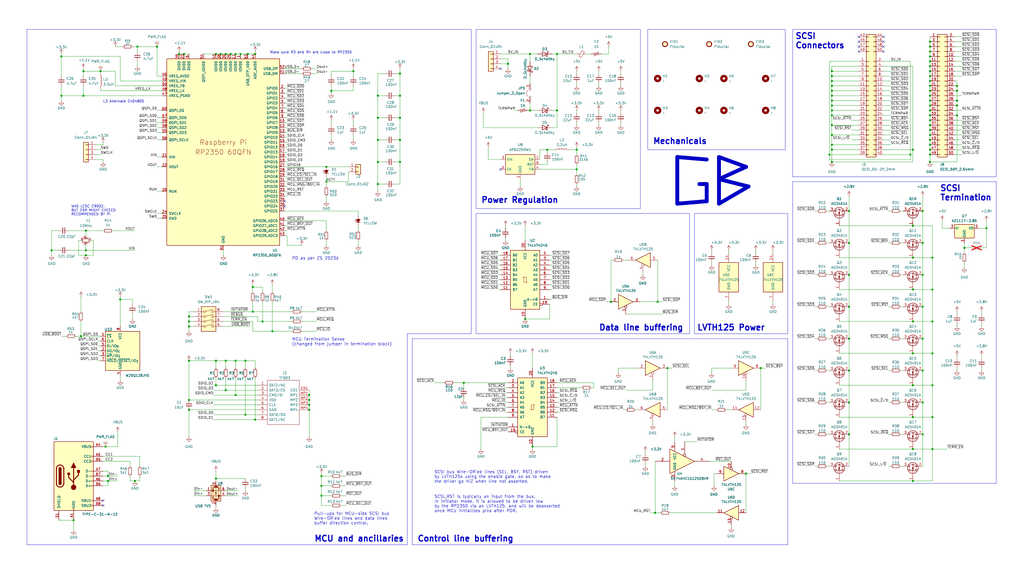
<source format=kicad_sch>
(kicad_sch (version 20250114) (generator "eeschema") (generator_version "9.0")
  (paper "User" 529.996 297.002)
  (title_block (title "GBSCSI 2") (date "2026-01-07") (rev "1.2") (comment 1 "Drawn by; George Rudolf Mezzomo") (comment 2 "GBSCSI model 2, 2/2.54mm header, 2.5\" form factor compatible, discrete RP2350"))
  (rectangle (start 410.21 93.98) (end 515.62 250.19))
  (rectangle (start 335.28 15.24) (end 406.4 77.47))
  (rectangle (start 359.41 110.49) (end 407.67 172.72))
  (rectangle (start 410.21 15.24) (end 515.62 91.44))
  (rectangle (start 246.38 15.24) (end 331.47 107.95))
  (text "Pull-ups for MCU-side SCSI bus\nWire-OR'ed lines and data lines'\nbuffer direction control." (at 162.56 271.78 0) (effects (font (size 1.524 1.524)) (justify left bottom)))
  (text "WAS LCSC C9002,\nBUT ESR MIGHT EXCEED\nRECOMMENDED BY PI" (at 36.83 111.76 0) (effects (font (size 1.27 1.27)) (justify left bottom)))
  (text "MCU and ancillaries" (at 162.56 280.67 0) (effects (font (size 3 3) (thickness 0.6) (bold yes)) (justify left bottom)))
  (text "SCSI_RST is typically an input from the bus.\nIn initiator mode, it is allowed to be driven low\nby the RP2350 via an LVTH125, and will be deasserted\nonce MCU initializes pins after POR." (at 224.79 265.43 0) (effects (font (size 1.524 1.524)) (justify left bottom)))
  (text "Data line buffering" (at 309.88 171.45 0) (effects (font (size 3 3) (thickness 0.6) (bold yes)) (justify left bottom)))
  (text "LVTH125 Power" (at 360.68 171.45 0) (effects (font (size 3 3) (thickness 0.6) (bold yes)) (justify left bottom)))
  (text "Power Regulation" (at 248.92 105.41 0) (effects (font (size 3 3) (thickness 0.6) (bold yes)) (justify left bottom)))
  (text "SCSI\nConnectors" (at 411.48 25.4 0) (effects (font (size 3 3) (thickness 0.6) (bold yes)) (justify left bottom)))
  (text "L3 Alternate C404805" (at 53.34 53.34 0) (effects (font (size 1.27 1.27)) (justify left bottom)))
  (text "Mechanicals" (at 337.82 74.93 0) (effects (font (size 3 3) (thickness 0.6) (bold yes)) (justify left bottom)))
  (text "MCU Termination Sense\n(changed from jumper in termination block)" (at 151.13 179.07 0) (effects (font (size 1.524 1.524)) (justify left bottom)))
  (text "PD as per ZS 2023d\n\n" (at 151.13 137.16 0) (effects (font (size 1.524 1.524)) (justify left bottom)))
  (text "Control line buffering" (at 215.9 280.67 0) (effects (font (size 3 3) (thickness 0.6) (bold yes)) (justify left bottom)))
  (text "SCSI bus Wire-OR'ed lines (SEL, BSY, RST) driven\nby LVTH125s using the enable gate, so as to make\nthe driver go HiZ when line not asserted." (at 224.79 250.19 0) (effects (font (size 1.524 1.524)) (justify left bottom)))
  (text "Make sure R3 and R4 are close to RP2350" (at 139.7 27.94 0) (effects (font (size 1.27 1.27)) (justify left bottom)))
  (text "SCSI\nTermination" (at 486.41 104.14 0) (effects (font (size 3 3) (thickness 0.6) (bold yes)) (justify left bottom)))
  (junction (at 481.33 49.53))
  (junction (at 472.44 182.88))
  (junction (at 481.33 69.85))
  (junction (at 386.08 245.11))
  (junction (at 111.76 199.39))
  (junction (at 481.33 41.91))
  (junction (at 97.79 166.37))
  (junction (at 116.84 186.69))
  (junction (at 481.33 24.13))
  (junction (at 288.29 27.94))
  (junction (at 69.85 248.92))
  (junction (at 481.33 46.99))
  (junction (at 274.32 57.15))
  (junction (at 477.52 191.77))
  (junction (at 130.81 148.59))
  (junction (at 430.53 64.77))
  (junction (at 481.33 52.07))
  (junction (at 195.58 83.82))
  (junction (at 116.84 201.93))
  (junction (at 481.33 64.77))
  (junction (at 477.52 224.79))
  (junction (at 481.33 21.59))
  (junction (at 54.61 231.14))
  (junction (at 111.76 247.65))
  (junction (at 132.08 217.17))
  (junction (at 195.58 72.39))
  (junction (at 481.33 83.82))
  (junction (at 471.17 80.01))
  (junction (at 298.45 87.63))
  (junction (at 481.33 59.69))
  (junction (at 182.88 36.83))
  (junction (at 481.33 72.39))
  (junction (at 472.44 232.41))
  (junction (at 481.33 57.15))
  (junction (at 430.53 41.91))
  (junction (at 44.45 119.38))
  (junction (at 439.42 191.77))
  (junction (at 195.58 60.96))
  (junction (at 482.6 232.41))
  (junction (at 207.01 83.82))
  (junction (at 481.33 74.93))
  (junction (at 166.37 246.38))
  (junction (at 207.01 38.1))
  (junction (at 439.42 175.26))
  (junction (at 472.44 166.37))
  (junction (at 482.6 166.37))
  (junction (at 130.81 161.29))
  (junction (at 430.53 57.15))
  (junction (at 430.53 44.45))
  (junction (at 345.44 190.5))
  (junction (at 121.92 204.47))
  (junction (at 495.3 52.07))
  (junction (at 481.33 67.31))
  (junction (at 71.12 24.13))
  (junction (at 477.52 175.26))
  (junction (at 95.25 27.94))
  (junction (at 97.79 212.09))
  (junction (at 439.42 224.79))
  (junction (at 481.33 80.01))
  (junction (at 160.02 209.55))
  (junction (at 207.01 72.39))
  (junction (at 477.52 125.73))
  (junction (at 81.28 24.13))
  (junction (at 481.33 31.75))
  (junction (at 495.3 44.45))
  (junction (at 481.33 29.21))
  (junction (at 430.53 83.82))
  (junction (at 111.76 186.69))
  (junction (at 166.37 256.54))
  (junction (at 482.6 199.39))
  (junction (at 430.53 74.93))
  (junction (at 477.52 109.22))
  (junction (at 160.02 207.01))
  (junction (at 55.88 248.92) (diameter 0.9144))
  (junction (at 495.3 46.99))
  (junction (at 43.18 49.53))
  (junction (at 430.53 54.61))
  (junction (at 439.42 109.22))
  (junction (at 316.23 156.21))
  (junction (at 439.42 208.28))
  (junction (at 430.53 39.37))
  (junction (at 477.52 208.28))
  (junction (at 472.44 215.9))
  (junction (at 439.42 125.73))
  (junction (at 288.29 57.15))
  (junction (at 132.08 27.94))
  (junction (at 510.54 118.11))
  (junction (at 44.45 129.54))
  (junction (at 160.02 204.47))
  (junction (at 166.37 251.46))
  (junction (at 472.44 149.86))
  (junction (at 160.02 212.09))
  (junction (at 271.78 165.1))
  (junction (at 472.44 77.47))
  (junction (at 38.1 269.24))
  (junction (at 195.58 49.53))
  (junction (at 430.53 77.47))
  (junction (at 472.44 248.92))
  (junction (at 207.01 49.53))
  (junction (at 41.91 173.99))
  (junction (at 482.6 182.88))
  (junction (at 495.3 54.61))
  (junction (at 240.03 198.12))
  (junction (at 44.45 132.08))
  (junction (at 472.44 199.39))
  (junction (at 168.91 86.36))
  (junction (at 43.18 36.83))
  (junction (at 340.36 156.21))
  (junction (at 121.92 27.94))
  (junction (at 168.91 93.98))
  (junction (at 262.89 33.02))
  (junction (at 430.53 69.85))
  (junction (at 92.71 27.94))
  (junction (at 195.58 95.25))
  (junction (at 140.97 171.45))
  (junction (at 430.53 59.69))
  (junction (at 124.46 27.94))
  (junction (at 121.92 186.69))
  (junction (at 439.42 142.24))
  (junction (at 429.26 80.01))
  (junction (at 274.32 27.94))
  (junction (at 430.53 36.83))
  (junction (at 31.75 49.53))
  (junction (at 477.52 142.24))
  (junction (at 430.53 49.53))
  (junction (at 114.3 27.94))
  (junction (at 481.33 39.37))
  (junction (at 275.59 231.14))
  (junction (at 119.38 27.94))
  (junction (at 116.84 27.94))
  (junction (at 283.21 77.47))
  (junction (at 482.6 149.86))
  (junction (at 481.33 44.45))
  (junction (at 499.11 128.27))
  (junction (at 62.23 154.94))
  (junction (at 430.53 46.99))
  (junction (at 127 186.69))
  (junction (at 481.33 36.83))
  (junction (at 393.7 190.5))
  (junction (at 52.07 36.83))
  (junction (at 171.45 46.99))
  (junction (at 482.6 215.9))
  (junction (at 481.33 34.29))
  (junction (at 481.33 54.61))
  (junction (at 482.6 133.35))
  (junction (at 26.67 129.54))
  (junction (at 97.79 163.83))
  (junction (at 127 214.63))
  (junction (at 97.79 207.01))
  (junction (at 481.33 62.23))
  (junction (at 111.76 27.94))
  (junction (at 481.33 26.67))
  (junction (at 472.44 116.84))
  (junction (at 477.52 158.75))
  (junction (at 298.45 77.47))
  (junction (at 97.79 168.91))
  (junction (at 207.01 60.96))
  (junction (at 495.3 59.69))
  (junction (at 135.89 166.37))
  (junction (at 472.44 133.35))
  (junction (at 55.88 246.38) (diameter 0.9144))
  (junction (at 97.79 186.69))
  (junction (at 339.09 265.43))
  (junction (at 439.42 158.75))
  (junction (at 430.53 52.07))
  (junction (at 128.27 27.94))
  (junction (at 481.33 77.47))
  (junction (at 31.75 29.21))
  (no_connect (at 147.32 106.68))
  (no_connect (at 147.32 104.14))
  (no_connect (at 259.08 87.63))
  (no_connect (at 53.34 261.62))
  (no_connect (at 457.2 21.59))
  (no_connect (at 444.5 24.13))
  (no_connect (at 259.08 35.56))
  (no_connect (at 444.5 21.59))
  (no_connect (at 457.2 26.67))
  (no_connect (at 53.34 259.08))
  (no_connect (at 457.2 19.05))
  (no_connect (at 457.2 24.13))
  (no_connect (at 444.5 19.05))
  (no_connect (at 444.5 26.67))
  (wire (pts (xy 430.53 39.37) (xy 444.5 39.37)))
  (wire (pts (xy 49.53 82.55) (xy 53.34 82.55)))
  (wire (pts (xy 250.19 66.04) (xy 278.13 66.04)))
  (wire (pts (xy 132.08 26.67) (xy 132.08 27.94)))
  (wire (pts (xy 444.5 34.29) (xy 430.53 34.29)))
  (wire (pts (xy 180.34 88.9) (xy 180.34 93.98)))
  (wire (pts (xy 430.53 36.83) (xy 444.5 36.83)))
  (wire (pts (xy 147.32 121.92) (xy 148.59 121.92)))
  (wire (pts (xy 427.99 224.79) (xy 429.26 224.79)))
  (wire (pts (xy 482.6 149.86) (xy 482.6 166.37)))
  (wire (pts (xy 26.67 129.54) (xy 26.67 132.08)))
  (wire (pts (xy 377.19 129.54) (xy 377.19 130.81)))
  (wire (pts (xy 148.59 53.34) (xy 147.32 53.34)))
  (wire (pts (xy 298.45 76.2) (xy 298.45 77.47)))
  (wire (pts (xy 97.79 186.69) (xy 111.76 186.69)))
  (wire (pts (xy 148.59 119.38) (xy 147.32 119.38)))
  (wire (pts (xy 62.23 41.91) (xy 83.82 41.91)))
  (wire (pts (xy 130.81 161.29) (xy 151.13 161.29)))
  (wire (pts (xy 81.28 24.13) (xy 81.28 39.37)))
  (wire (pts (xy 41.91 153.67) (xy 41.91 161.29)))
  (wire (pts (xy 168.91 93.98) (xy 180.34 93.98)))
  (wire (pts (xy 430.53 46.99) (xy 444.5 46.99)))
  (wire (pts (xy 430.53 41.91) (xy 430.53 44.45)))
  (wire (pts (xy 430.53 59.69) (xy 444.5 59.69)))
  (wire (pts (xy 127 247.65) (xy 111.76 247.65)))
  (wire (pts (xy 430.53 69.85) (xy 444.5 69.85)))
  (wire (pts (xy 83.82 72.39) (xy 81.28 72.39)))
  (wire (pts (xy 354.33 228.6) (xy 360.68 228.6)))
  (wire (pts (xy 477.52 142.24) (xy 477.52 158.75)))
  (wire (pts (xy 497.84 34.29) (xy 494.03 34.29)))
  (wire (pts (xy 148.59 71.12) (xy 147.32 71.12)))
  (wire (pts (xy 116.84 186.69) (xy 111.76 186.69)))
  (wire (pts (xy 68.58 24.13) (xy 71.12 24.13)))
  (wire (pts (xy 495.3 162.56) (xy 495.3 161.29)))
  (wire (pts (xy 92.71 27.94) (xy 95.25 27.94)))
  (wire (pts (xy 471.17 82.55) (xy 429.26 82.55)))
  (wire (pts (xy 240.03 198.12) (xy 262.89 198.12)))
  (wire (pts (xy 110.49 201.93) (xy 116.84 201.93)))
  (wire (pts (xy 495.3 54.61) (xy 494.03 54.61)))
  (wire (pts (xy 110.49 214.63) (xy 127 214.63)))
  (wire (pts (xy 166.37 246.38) (xy 166.37 245.11)))
  (wire (pts (xy 133.35 212.09) (xy 97.79 212.09)))
  (wire (pts (xy 195.58 83.82) (xy 195.58 72.39)))
  (wire (pts (xy 147.32 35.56) (xy 156.21 35.56)))
  (wire (pts (xy 176.53 261.62) (xy 179.07 261.62)))
  (wire (pts (xy 171.45 256.54) (xy 166.37 256.54)))
  (wire (pts (xy 461.01 49.53) (xy 457.2 49.53)))
  (wire (pts (xy 430.53 83.82) (xy 472.44 83.82)))
  (wire (pts (xy 430.53 77.47) (xy 430.53 74.93)))
  (wire (pts (xy 461.01 52.07) (xy 457.2 52.07)))
  (wire (pts (xy 457.2 59.69) (xy 461.01 59.69)))
  (wire (pts (xy 368.3 212.09) (xy 370.84 212.09)))
  (polyline (pts (xy 210.82 281.94) (xy 210.82 172.72)))
  (wire (pts (xy 261.62 203.2) (xy 262.89 203.2)))
  (wire (pts (xy 62.23 154.94) (xy 62.23 168.91)))
  (wire (pts (xy 508 191.77) (xy 508 190.5)))
  (wire (pts (xy 495.3 191.77) (xy 495.3 190.5)))
  (wire (pts (xy 288.29 231.14) (xy 288.29 215.9)))
  (wire (pts (xy 46.99 124.46) (xy 48.26 124.46)))
  (wire (pts (xy 434.34 248.92) (xy 472.44 248.92)))
  (wire (pts (xy 156.21 171.45) (xy 163.83 171.45)))
  (wire (pts (xy 477.52 208.28) (xy 477.52 224.79)))
  (wire (pts (xy 481.33 77.47) (xy 481.33 80.01)))
  (wire (pts (xy 349.25 251.46) (xy 349.25 248.92)))
  (wire (pts (xy 269.24 96.52) (xy 269.24 92.71)))
  (wire (pts (xy 59.69 24.13) (xy 63.5 24.13)))
  (polyline (pts (xy 407.67 281.94) (xy 407.67 175.26)))
  (wire (pts (xy 97.79 166.37) (xy 100.33 166.37)))
  (wire (pts (xy 207.01 83.82) (xy 207.01 95.25)))
  (wire (pts (xy 289.56 213.36) (xy 288.29 213.36)))
  (wire (pts (xy 121.92 186.69) (xy 116.84 186.69)))
  (wire (pts (xy 274.32 39.37) (xy 274.32 43.18)))
  (wire (pts (xy 347.98 190.5) (xy 345.44 190.5)))
  (wire (pts (xy 495.3 52.07) (xy 494.03 52.07)))
  (wire (pts (xy 430.53 46.99) (xy 430.53 49.53)))
  (wire (pts (xy 35.56 119.38) (xy 44.45 119.38)))
  (wire (pts (xy 261.62 213.36) (xy 262.89 213.36)))
  (wire (pts (xy 288.29 66.04) (xy 285.75 66.04)))
  (wire (pts (xy 439.42 158.75) (xy 439.42 175.26)))
  (polyline (pts (xy 243.84 172.72) (xy 243.84 15.24)))
  (wire (pts (xy 100.33 254) (xy 106.68 254)))
  (wire (pts (xy 434.34 182.88) (xy 472.44 182.88)))
  (wire (pts (xy 457.2 31.75) (xy 471.17 31.75)))
  (wire (pts (xy 115.57 163.83) (xy 133.35 163.83)))
  (wire (pts (xy 259.08 33.02) (xy 262.89 33.02)))
  (wire (pts (xy 499.11 135.89) (xy 499.11 138.43)))
  (wire (pts (xy 43.18 36.83) (xy 52.07 36.83)))
  (wire (pts (xy 171.45 36.83) (xy 182.88 36.83)))
  (wire (pts (xy 482.6 166.37) (xy 482.6 182.88)))
  (wire (pts (xy 148.59 60.96) (xy 147.32 60.96)))
  (wire (pts (xy 81.28 63.5) (xy 83.82 63.5)))
  (wire (pts (xy 123.19 254) (xy 116.84 254)))
  (wire (pts (xy 97.79 168.91) (xy 97.79 171.45)))
  (wire (pts (xy 171.45 69.85) (xy 171.45 72.39)))
  (wire (pts (xy 110.49 204.47) (xy 121.92 204.47)))
  (wire (pts (xy 472.44 199.39) (xy 482.6 199.39)))
  (wire (pts (xy 133.35 163.83) (xy 133.35 166.37)))
  (wire (pts (xy 83.82 57.15) (xy 81.28 57.15)))
  (wire (pts (xy 497.84 80.01) (xy 494.03 80.01)))
  (wire (pts (xy 30.48 119.38) (xy 26.67 119.38)))
  (wire (pts (xy 147.32 86.36) (xy 168.91 86.36)))
  (wire (pts (xy 457.2 80.01) (xy 471.17 80.01)))
  (wire (pts (xy 132.08 186.69) (xy 132.08 190.5)))
  (wire (pts (xy 121.92 204.47) (xy 133.35 204.47)))
  (wire (pts (xy 440.69 72.39) (xy 444.5 72.39)))
  (wire (pts (xy 53.34 74.93) (xy 53.34 73.66)))
  (wire (pts (xy 506.73 118.11) (xy 510.54 118.11)))
  (wire (pts (xy 185.42 111.76) (xy 185.42 109.22)))
  (wire (pts (xy 97.79 163.83) (xy 97.79 166.37)))
  (wire (pts (xy 148.59 68.58) (xy 147.32 68.58)))
  (wire (pts (xy 182.88 46.99) (xy 182.88 44.45)))
  (wire (pts (xy 166.37 256.54) (xy 166.37 251.46)))
  (wire (pts (xy 43.18 44.45) (xy 43.18 49.53)))
  (wire (pts (xy 481.33 67.31) (xy 481.33 69.85)))
  (wire (pts (xy 148.59 88.9) (xy 147.32 88.9)))
  (polyline (pts (xy 387.35 96.52) (xy 372.11 92.71)) (stroke (width 2)))
  (wire (pts (xy 497.84 29.21) (xy 494.03 29.21)))
  (wire (pts (xy 466.09 208.28) (xy 467.36 208.28)))
  (wire (pts (xy 41.91 166.37) (xy 41.91 173.99)))
  (wire (pts (xy 283.21 77.47) (xy 283.21 78.74)))
  (wire (pts (xy 461.01 224.79) (xy 459.74 224.79)))
  (wire (pts (xy 439.42 191.77) (xy 439.42 208.28)))
  (wire (pts (xy 259.08 82.55) (xy 252.73 82.55)))
  (wire (pts (xy 368.3 201.93) (xy 386.08 201.93)))
  (wire (pts (xy 72.39 236.22) (xy 53.34 236.22)))
  (wire (pts (xy 430.53 64.77) (xy 430.53 69.85)))
  (polyline (pts (xy 356.87 110.49) (xy 246.38 110.49)))
  (wire (pts (xy 207.01 49.53) (xy 207.01 60.96)))
  (wire (pts (xy 128.27 27.94) (xy 132.08 27.94)))
  (wire (pts (xy 71.12 24.13) (xy 71.12 26.67)))
  (wire (pts (xy 148.59 76.2) (xy 147.32 76.2)))
  (wire (pts (xy 497.84 36.83) (xy 494.03 36.83)))
  (wire (pts (xy 495.3 185.42) (xy 495.3 184.15)))
  (wire (pts (xy 481.33 62.23) (xy 481.33 64.77)))
  (wire (pts (xy 111.76 199.39) (xy 133.35 199.39)))
  (wire (pts (xy 275.59 232.41) (xy 275.59 231.14)))
  (wire (pts (xy 55.88 248.92) (xy 55.88 251.46)))
  (wire (pts (xy 259.08 27.94) (xy 274.32 27.94)))
  (wire (pts (xy 53.34 243.84) (xy 55.88 243.84)))
  (wire (pts (xy 97.79 166.37) (xy 97.79 168.91)))
  (wire (pts (xy 303.53 27.94) (xy 306.07 27.94)))
  (wire (pts (xy 285.75 132.08) (xy 284.48 132.08)))
  (wire (pts (xy 285.75 144.78) (xy 284.48 144.78)))
  (wire (pts (xy 422.91 125.73) (xy 421.64 125.73)))
  (polyline (pts (xy 350.52 81.28) (xy 350.52 105.41)) (stroke (width 2)))
  (wire (pts (xy 495.3 59.69) (xy 495.3 83.82)))
  (wire (pts (xy 369.57 245.11) (xy 369.57 251.46)))
  (wire (pts (xy 427.99 208.28) (xy 429.26 208.28)))
  (wire (pts (xy 168.91 124.46) (xy 168.91 127)))
  (wire (pts (xy 298.45 27.94) (xy 288.29 27.94)))
  (wire (pts (xy 283.21 77.47) (xy 287.02 77.47)))
  (wire (pts (xy 461.01 67.31) (xy 457.2 67.31)))
  (polyline (pts (xy 372.11 105.41) (xy 387.35 96.52)) (stroke (width 2)))
  (wire (pts (xy 288.29 27.94) (xy 288.29 57.15)))
  (wire (pts (xy 499.11 128.27) (xy 502.92 128.27)))
  (wire (pts (xy 116.84 27.94) (xy 119.38 27.94)))
  (wire (pts (xy 294.64 77.47) (xy 298.45 77.47)))
  (wire (pts (xy 52.07 181.61) (xy 50.8 181.61)))
  (wire (pts (xy 148.59 50.8) (xy 147.32 50.8)))
  (wire (pts (xy 199.39 83.82) (xy 195.58 83.82)))
  (wire (pts (xy 171.45 39.37) (xy 171.45 36.83)))
  (wire (pts (xy 298.45 36.83) (xy 298.45 38.1)))
  (polyline (pts (xy 365.76 82.55) (xy 350.52 81.28)) (stroke (width 2)))
  (wire (pts (xy 466.09 125.73) (xy 467.36 125.73)))
  (wire (pts (xy 279.4 87.63) (xy 298.45 87.63)))
  (wire (pts (xy 35.56 129.54) (xy 44.45 129.54)))
  (wire (pts (xy 116.84 195.58) (xy 116.84 201.93)))
  (wire (pts (xy 422.91 191.77) (xy 421.64 191.77)))
  (wire (pts (xy 261.62 205.74) (xy 262.89 205.74)))
  (wire (pts (xy 163.83 166.37) (xy 156.21 166.37)))
  (wire (pts (xy 111.76 27.94) (xy 114.3 27.94)))
  (wire (pts (xy 477.52 175.26) (xy 477.52 191.77)))
  (wire (pts (xy 495.3 41.91) (xy 494.03 41.91)))
  (wire (pts (xy 97.79 207.01) (xy 97.79 186.69)))
  (wire (pts (xy 110.49 199.39) (xy 111.76 199.39)))
  (wire (pts (xy 461.01 57.15) (xy 457.2 57.15)))
  (wire (pts (xy 204.47 72.39) (xy 207.01 72.39)))
  (wire (pts (xy 457.2 77.47) (xy 472.44 77.47)))
  (wire (pts (xy 234.95 198.12) (xy 240.03 198.12)))
  (wire (pts (xy 386.08 245.11) (xy 386.08 265.43)))
  (wire (pts (xy 148.59 91.44) (xy 147.32 91.44)))
  (wire (pts (xy 207.01 35.56) (xy 207.01 38.1)))
  (wire (pts (xy 472.44 232.41) (xy 482.6 232.41)))
  (wire (pts (xy 110.49 209.55) (xy 133.35 209.55)))
  (wire (pts (xy 97.79 168.91) (xy 100.33 168.91)))
  (wire (pts (xy 55.88 251.46) (xy 53.34 251.46)))
  (polyline (pts (xy 372.11 81.28) (xy 386.08 86.36)) (stroke (width 2)))
  (wire (pts (xy 434.34 199.39) (xy 472.44 199.39)))
  (wire (pts (xy 461.01 109.22) (xy 459.74 109.22)))
  (wire (pts (xy 461.01 46.99) (xy 457.2 46.99)))
  (wire (pts (xy 472.44 182.88) (xy 482.6 182.88)))
  (wire (pts (xy 44.45 129.54) (xy 69.85 129.54)))
  (polyline (pts (xy 13.97 15.24) (xy 243.84 15.24)))
  (wire (pts (xy 168.91 86.36) (xy 180.34 86.36)))
  (wire (pts (xy 83.82 99.06) (xy 81.28 99.06)))
  (wire (pts (xy 161.29 35.56) (xy 163.83 35.56)))
  (wire (pts (xy 257.81 144.78) (xy 259.08 144.78)))
  (wire (pts (xy 491.49 118.11) (xy 487.68 118.11)))
  (wire (pts (xy 289.56 203.2) (xy 288.29 203.2)))
  (wire (pts (xy 148.59 99.06) (xy 147.32 99.06)))
  (wire (pts (xy 320.04 190.5) (xy 320.04 193.04)))
  (wire (pts (xy 386.08 219.71) (xy 386.08 218.44)))
  (wire (pts (xy 257.81 134.62) (xy 259.08 134.62)))
  (wire (pts (xy 495.3 41.91) (xy 495.3 44.45)))
  (wire (pts (xy 288.29 57.15) (xy 285.75 57.15)))
  (wire (pts (xy 121.92 195.58) (xy 121.92 204.47)))
  (wire (pts (xy 257.81 137.16) (xy 259.08 137.16)))
  (wire (pts (xy 466.09 109.22) (xy 467.36 109.22)))
  (polyline (pts (xy 356.87 172.72) (xy 356.87 110.49)))
  (polyline (pts (xy 213.36 175.26) (xy 407.67 175.26)))
  (wire (pts (xy 148.59 48.26) (xy 147.32 48.26)))
  (wire (pts (xy 110.49 217.17) (xy 132.08 217.17)))
  (wire (pts (xy 339.09 238.76) (xy 339.09 265.43)))
  (wire (pts (xy 349.25 226.06) (xy 349.25 228.6)))
  (wire (pts (xy 100.33 161.29) (xy 97.79 161.29)))
  (polyline (pts (xy 246.38 110.49) (xy 246.38 172.72)))
  (wire (pts (xy 264.16 182.88) (xy 264.16 184.15)))
  (wire (pts (xy 298.45 95.25) (xy 298.45 96.52)))
  (wire (pts (xy 111.76 195.58) (xy 111.76 199.39)))
  (wire (pts (xy 334.01 233.68) (xy 334.01 234.95)))
  (wire (pts (xy 472.44 215.9) (xy 482.6 215.9)))
  (wire (pts (xy 427.99 158.75) (xy 429.26 158.75)))
  (wire (pts (xy 495.3 168.91) (xy 495.3 167.64)))
  (wire (pts (xy 439.42 208.28) (xy 439.42 224.79)))
  (wire (pts (xy 140.97 171.45) (xy 130.81 171.45)))
  (wire (pts (xy 285.75 27.94) (xy 288.29 27.94)))
  (wire (pts (xy 44.45 119.38) (xy 44.45 121.92)))
  (wire (pts (xy 472.44 248.92) (xy 482.6 248.92)))
  (wire (pts (xy 168.91 91.44) (xy 168.91 93.98)))
  (wire (pts (xy 298.45 87.63) (xy 298.45 90.17)))
  (wire (pts (xy 439.42 125.73) (xy 439.42 142.24)))
  (wire (pts (xy 461.01 191.77) (xy 459.74 191.77)))
  (wire (pts (xy 320.04 190.5) (xy 330.2 190.5)))
  (wire (pts (xy 430.53 57.15) (xy 444.5 57.15)))
  (wire (pts (xy 240.03 200.66) (xy 240.03 198.12)))
  (wire (pts (xy 252.73 82.55) (xy 252.73 76.2)))
  (wire (pts (xy 106.68 256.54) (xy 100.33 256.54)))
  (wire (pts (xy 346.71 265.43) (xy 370.84 265.43)))
  (wire (pts (xy 48.26 124.46) (xy 48.26 132.08)))
  (polyline (pts (xy 372.11 81.28) (xy 372.11 105.41)) (stroke (width 2)))
  (wire (pts (xy 116.84 256.54) (xy 123.19 256.54)))
  (wire (pts (xy 72.39 241.3) (xy 72.39 236.22)))
  (wire (pts (xy 298.45 64.77) (xy 298.45 63.5)))
  (wire (pts (xy 182.88 69.85) (xy 182.88 72.39)))
  (wire (pts (xy 375.92 212.09) (xy 378.46 212.09)))
  (wire (pts (xy 472.44 133.35) (xy 482.6 133.35)))
  (wire (pts (xy 481.33 46.99) (xy 481.33 49.53)))
  (wire (pts (xy 422.91 175.26) (xy 421.64 175.26)))
  (wire (pts (xy 283.21 77.47) (xy 279.4 77.47)))
  (wire (pts (xy 121.92 27.94) (xy 124.46 27.94)))
  (wire (pts (xy 279.4 85.09) (xy 283.21 85.09)))
  (wire (pts (xy 289.56 208.28) (xy 288.29 208.28)))
  (wire (pts (xy 30.48 269.24) (xy 38.1 269.24)))
  (wire (pts (xy 309.88 44.45) (xy 309.88 43.18)))
  (wire (pts (xy 430.53 54.61) (xy 444.5 54.61)))
  (wire (pts (xy 457.2 62.23) (xy 461.01 62.23)))
  (wire (pts (xy 422.91 158.75) (xy 421.64 158.75)))
  (wire (pts (xy 140.97 147.32) (xy 140.97 151.13)))
  (wire (pts (xy 81.28 60.96) (xy 83.82 60.96)))
  (wire (pts (xy 434.34 166.37) (xy 472.44 166.37)))
  (wire (pts (xy 71.12 34.29) (xy 71.12 31.75)))
  (wire (pts (xy 171.45 46.99) (xy 182.88 46.99)))
  (wire (pts (xy 62.23 153.67) (xy 62.23 154.94)))
  (wire (pts (xy 135.89 151.13) (xy 135.89 148.59)))
  (wire (pts (xy 444.5 62.23) (xy 440.69 62.23)))
  (wire (pts (xy 140.97 156.21) (xy 140.97 171.45)))
  (wire (pts (xy 262.89 33.02) (xy 262.89 35.56)))
  (wire (pts (xy 127 186.69) (xy 132.08 186.69)))
  (wire (pts (xy 334.01 241.3) (xy 334.01 240.03)))
  (wire (pts (xy 160.02 209.55) (xy 160.02 212.09)))
  (wire (pts (xy 497.84 26.67) (xy 494.03 26.67)))
  (wire (pts (xy 481.33 21.59) (xy 481.33 24.13)))
  (wire (pts (xy 461.01 158.75) (xy 459.74 158.75)))
  (wire (pts (xy 257.81 147.32) (xy 259.08 147.32)))
  (wire (pts (xy 367.03 238.76) (xy 378.46 238.76)))
  (wire (pts (xy 130.81 147.32) (xy 130.81 148.59)))
  (wire (pts (xy 55.88 246.38) (xy 53.34 246.38)))
  (wire (pts (xy 279.4 77.47) (xy 279.4 82.55)))
  (wire (pts (xy 148.59 63.5) (xy 147.32 63.5)))
  (wire (pts (xy 422.91 109.22) (xy 421.64 109.22)))
  (wire (pts (xy 391.16 137.16) (xy 391.16 135.89)))
  (wire (pts (xy 482.6 232.41) (xy 490.22 232.41)))
  (wire (pts (xy 148.59 93.98) (xy 147.32 93.98)))
  (wire (pts (xy 393.7 190.5) (xy 393.7 212.09)))
  (wire (pts (xy 115.57 166.37) (xy 130.81 166.37)))
  (wire (pts (xy 497.84 21.59) (xy 494.03 21.59)))
  (wire (pts (xy 121.92 186.69) (xy 127 186.69)))
  (wire (pts (xy 422.91 241.3) (xy 421.64 241.3)))
  (wire (pts (xy 273.05 57.15) (xy 274.32 57.15)))
  (wire (pts (xy 148.59 66.04) (xy 147.32 66.04)))
  (wire (pts (xy 262.89 215.9) (xy 248.92 215.9)))
  (wire (pts (xy 439.42 142.24) (xy 439.42 158.75)))
  (wire (pts (xy 111.76 261.62) (xy 111.76 262.89)))
  (wire (pts (xy 171.45 44.45) (xy 171.45 46.99)))
  (wire (pts (xy 285.75 154.94) (xy 284.48 154.94)))
  (wire (pts (xy 275.59 182.88) (xy 275.59 190.5)))
  (wire (pts (xy 69.85 248.92) (xy 67.31 248.92)))
  (wire (pts (xy 114.3 27.94) (xy 116.84 27.94)))
  (wire (pts (xy 311.15 27.94) (xy 314.96 27.94)))
  (wire (pts (xy 115.57 161.29) (xy 130.81 161.29)))
  (wire (pts (xy 68.58 154.94) (xy 62.23 154.94)))
  (wire (pts (xy 148.59 55.88) (xy 147.32 55.88)))
  (wire (pts (xy 427.99 125.73) (xy 429.26 125.73)))
  (polyline (pts (xy 386.08 86.36) (xy 386.08 86.36)) (stroke (width 2)))
  (wire (pts (xy 83.82 110.49) (xy 81.28 110.49)))
  (wire (pts (xy 481.33 74.93) (xy 481.33 77.47)))
  (wire (pts (xy 477.52 191.77) (xy 477.52 208.28)))
  (wire (pts (xy 148.59 96.52) (xy 147.32 96.52)))
  (wire (pts (xy 171.45 261.62) (xy 166.37 261.62)))
  (wire (pts (xy 204.47 83.82) (xy 207.01 83.82)))
  (wire (pts (xy 499.11 128.27) (xy 499.11 125.73)))
  (wire (pts (xy 199.39 49.53) (xy 195.58 49.53)))
  (wire (pts (xy 199.39 60.96) (xy 195.58 60.96)))
  (wire (pts (xy 481.33 72.39) (xy 481.33 74.93)))
  (wire (pts (xy 257.81 142.24) (xy 259.08 142.24)))
  (wire (pts (xy 130.81 148.59) (xy 135.89 148.59)))
  (wire (pts (xy 298.45 44.45) (xy 298.45 43.18)))
  (wire (pts (xy 83.82 113.03) (xy 81.28 113.03)))
  (wire (pts (xy 148.59 116.84) (xy 147.32 116.84)))
  (wire (pts (xy 477.52 109.22) (xy 477.52 125.73)))
  (wire (pts (xy 168.91 93.98) (xy 168.91 96.52)))
  (wire (pts (xy 40.64 132.08) (xy 40.64 124.46)))
  (wire (pts (xy 472.44 77.47) (xy 472.44 83.82)))
  (wire (pts (xy 461.01 69.85) (xy 457.2 69.85)))
  (wire (pts (xy 439.42 224.79) (xy 439.42 241.3)))
  (wire (pts (xy 224.79 198.12) (xy 229.87 198.12)))
  (wire (pts (xy 274.32 57.15) (xy 278.13 57.15)))
  (wire (pts (xy 434.34 133.35) (xy 472.44 133.35)))
  (wire (pts (xy 339.09 265.43) (xy 341.63 265.43)))
  (wire (pts (xy 510.54 118.11) (xy 510.54 114.3)))
  (wire (pts (xy 481.33 41.91) (xy 481.33 44.45)))
  (wire (pts (xy 331.47 156.21) (xy 340.36 156.21)))
  (wire (pts (xy 40.64 124.46) (xy 41.91 124.46)))
  (wire (pts (xy 52.07 36.83) (xy 52.07 38.1)))
  (wire (pts (xy 508 185.42) (xy 508 184.15)))
  (wire (pts (xy 430.53 44.45) (xy 444.5 44.45)))
  (wire (pts (xy 499.11 130.81) (xy 499.11 128.27)))
  (wire (pts (xy 160.02 207.01) (xy 160.02 209.55)))
  (wire (pts (xy 461.01 39.37) (xy 457.2 39.37)))
  (wire (pts (xy 306.07 200.66) (xy 307.34 200.66)))
  (wire (pts (xy 481.33 49.53) (xy 481.33 52.07)))
  (wire (pts (xy 67.31 246.38) (xy 67.31 248.92)))
  (wire (pts (xy 135.89 156.21) (xy 135.89 166.37)))
  (wire (pts (xy 487.68 118.11) (xy 487.68 114.3)))
  (wire (pts (xy 127 186.69) (xy 127 190.5)))
  (wire (pts (xy 97.79 161.29) (xy 97.79 163.83)))
  (wire (pts (xy 148.59 81.28) (xy 147.32 81.28)))
  (wire (pts (xy 481.33 80.01) (xy 481.33 83.82)))
  (wire (pts (xy 207.01 38.1) (xy 207.01 49.53)))
  (wire (pts (xy 336.55 265.43) (xy 339.09 265.43)))
  (wire (pts (xy 151.13 171.45) (xy 140.97 171.45)))
  (wire (pts (xy 494.03 59.69) (xy 495.3 59.69)))
  (polyline (pts (xy 213.36 175.26) (xy 213.36 281.94)))
  (wire (pts (xy 472.44 34.29) (xy 472.44 77.47)))
  (wire (pts (xy 439.42 101.6) (xy 439.42 109.22)))
  (wire (pts (xy 148.59 101.6) (xy 147.32 101.6)))
  (wire (pts (xy 31.75 29.21) (xy 31.75 39.37)))
  (wire (pts (xy 127 195.58) (xy 127 214.63)))
  (wire (pts (xy 111.76 186.69) (xy 111.76 190.5)))
  (wire (pts (xy 204.47 49.53) (xy 207.01 49.53)))
  (wire (pts (xy 285.75 149.86) (xy 284.48 149.86)))
  (wire (pts (xy 31.75 49.53) (xy 43.18 49.53)))
  (wire (pts (xy 257.81 149.86) (xy 259.08 149.86)))
  (wire (pts (xy 481.33 69.85) (xy 481.33 72.39)))
  (wire (pts (xy 160.02 201.93) (xy 160.02 204.47)))
  (wire (pts (xy 377.19 157.48) (xy 377.19 156.21)))
  (wire (pts (xy 262.89 30.48) (xy 262.89 33.02)))
  (polyline (pts (xy 246.38 172.72) (xy 356.87 172.72)))
  (wire (pts (xy 171.45 251.46) (xy 166.37 251.46)))
  (wire (pts (xy 495.3 44.45) (xy 495.3 46.99)))
  (wire (pts (xy 58.42 119.38) (xy 69.85 119.38)))
  (wire (pts (xy 345.44 190.5) (xy 345.44 212.09)))
  (wire (pts (xy 105.41 27.94) (xy 111.76 27.94)))
  (wire (pts (xy 43.18 39.37) (xy 43.18 36.83)))
  (wire (pts (xy 127 254) (xy 127 252.73)))
  (wire (pts (xy 508 162.56) (xy 508 161.29)))
  (wire (pts (xy 148.59 127) (xy 156.21 127)))
  (wire (pts (xy 495.3 46.99) (xy 494.03 46.99)))
  (wire (pts (xy 497.84 69.85) (xy 494.03 69.85)))
  (wire (pts (xy 207.01 72.39) (xy 207.01 83.82)))
  (wire (pts (xy 275.59 231.14) (xy 288.29 231.14)))
  (wire (pts (xy 332.74 142.24) (xy 332.74 140.97)))
  (wire (pts (xy 309.88 64.77) (xy 309.88 63.5)))
  (wire (pts (xy 378.46 273.05) (xy 378.46 271.78)))
  (wire (pts (xy 81.28 39.37) (xy 83.82 39.37)))
  (wire (pts (xy 472.44 149.86) (xy 482.6 149.86)))
  (wire (pts (xy 195.58 99.06) (xy 195.58 95.25)))
  (wire (pts (xy 481.33 26.67) (xy 481.33 29.21)))
  (wire (pts (xy 130.81 171.45) (xy 130.81 166.37)))
  (wire (pts (xy 44.45 119.38) (xy 53.34 119.38)))
  (wire (pts (xy 439.42 175.26) (xy 439.42 191.77)))
  (wire (pts (xy 368.3 190.5) (xy 368.3 193.04)))
  (wire (pts (xy 171.45 246.38) (xy 166.37 246.38)))
  (wire (pts (xy 461.01 44.45) (xy 457.2 44.45)))
  (wire (pts (xy 466.09 158.75) (xy 467.36 158.75)))
  (wire (pts (xy 266.7 57.15) (xy 267.97 57.15)))
  (wire (pts (xy 166.37 261.62) (xy 166.37 256.54)))
  (wire (pts (xy 461.01 142.24) (xy 459.74 142.24)))
  (wire (pts (xy 481.33 36.83) (xy 481.33 39.37)))
  (wire (pts (xy 133.35 166.37) (xy 135.89 166.37)))
  (polyline (pts (xy 372.11 92.71) (xy 372.11 92.71)) (stroke (width 2)))
  (wire (pts (xy 185.42 109.22) (xy 147.32 109.22)))
  (wire (pts (xy 434.34 149.86) (xy 472.44 149.86)))
  (wire (pts (xy 314.96 27.94) (xy 314.96 24.13)))
  (wire (pts (xy 429.26 31.75) (xy 429.26 80.01)))
  (wire (pts (xy 481.33 31.75) (xy 481.33 34.29)))
  (wire (pts (xy 130.81 156.21) (xy 130.81 161.29)))
  (wire (pts (xy 466.09 241.3) (xy 467.36 241.3)))
  (wire (pts (xy 321.31 36.83) (xy 321.31 38.1)))
  (polyline (pts (xy 387.35 96.52) (xy 387.35 96.52)) (stroke (width 2)))
  (wire (pts (xy 482.6 182.88) (xy 482.6 199.39)))
  (wire (pts (xy 400.05 129.54) (xy 400.05 130.81)))
  (wire (pts (xy 388.62 245.11) (xy 386.08 245.11)))
  (wire (pts (xy 321.31 64.77) (xy 321.31 63.5)))
  (wire (pts (xy 396.24 190.5) (xy 393.7 190.5)))
  (wire (pts (xy 481.33 24.13) (xy 481.33 26.67)))
  (wire (pts (xy 434.34 232.41) (xy 472.44 232.41)))
  (wire (pts (xy 482.6 215.9) (xy 482.6 232.41)))
  (wire (pts (xy 495.3 52.07) (xy 495.3 54.61)))
  (wire (pts (xy 466.09 191.77) (xy 467.36 191.77)))
  (wire (pts (xy 430.53 64.77) (xy 444.5 64.77)))
  (polyline (pts (xy 210.82 172.72) (xy 243.84 172.72)))
  (wire (pts (xy 313.69 156.21) (xy 316.23 156.21)))
  (wire (pts (xy 49.53 77.47) (xy 52.07 77.47)))
  (wire (pts (xy 81.28 81.28) (xy 83.82 81.28)))
  (wire (pts (xy 166.37 251.46) (xy 166.37 246.38)))
  (wire (pts (xy 274.32 53.34) (xy 274.32 57.15)))
  (wire (pts (xy 508 128.27) (xy 510.54 128.27)))
  (wire (pts (xy 497.84 31.75) (xy 494.03 31.75)))
  (wire (pts (xy 429.26 82.55) (xy 429.26 80.01)))
  (wire (pts (xy 430.53 52.07) (xy 444.5 52.07)))
  (wire (pts (xy 307.34 200.66) (xy 307.34 198.12)))
  (wire (pts (xy 430.53 44.45) (xy 430.53 46.99)))
  (wire (pts (xy 321.31 44.45) (xy 321.31 43.18)))
  (wire (pts (xy 160.02 212.09) (xy 160.02 226.06)))
  (wire (pts (xy 207.01 60.96) (xy 207.01 72.39)))
  (wire (pts (xy 53.34 82.55) (xy 53.34 83.82)))
  (polyline (pts (xy 13.97 281.94) (xy 210.82 281.94)))
  (wire (pts (xy 195.58 72.39) (xy 195.58 60.96)))
  (wire (pts (xy 83.82 86.36) (xy 81.28 86.36)))
  (wire (pts (xy 43.18 49.53) (xy 83.82 49.53)))
  (wire (pts (xy 284.48 157.48) (xy 284.48 165.1)))
  (wire (pts (xy 68.58 162.56) (xy 68.58 165.1)))
  (wire (pts (xy 257.81 139.7) (xy 259.08 139.7)))
  (wire (pts (xy 482.6 199.39) (xy 482.6 215.9)))
  (wire (pts (xy 168.91 101.6) (xy 168.91 104.14)))
  (wire (pts (xy 289.56 210.82) (xy 288.29 210.82)))
  (wire (pts (xy 430.53 77.47) (xy 444.5 77.47)))
  (wire (pts (xy 430.53 59.69) (xy 430.53 64.77)))
  (wire (pts (xy 92.71 26.67) (xy 92.71 27.94)))
  (wire (pts (xy 171.45 64.77) (xy 171.45 62.23)))
  (wire (pts (xy 495.3 46.99) (xy 495.3 52.07)))
  (wire (pts (xy 430.53 34.29) (xy 430.53 36.83)))
  (wire (pts (xy 427.99 175.26) (xy 429.26 175.26)))
  (wire (pts (xy 60.96 223.52) (xy 60.96 231.14)))
  (wire (pts (xy 278.13 27.94) (xy 274.32 27.94)))
  (wire (pts (xy 298.45 85.09) (xy 298.45 87.63)))
  (wire (pts (xy 182.88 35.56) (xy 182.88 36.83)))
  (wire (pts (xy 130.81 148.59) (xy 130.81 151.13)))
  (wire (pts (xy 510.54 128.27) (xy 510.54 118.11)))
  (wire (pts (xy 368.3 129.54) (xy 368.3 130.81)))
  (wire (pts (xy 461.01 125.73) (xy 459.74 125.73)))
  (wire (pts (xy 52.07 46.99) (xy 52.07 45.72)))
  (wire (pts (xy 309.88 58.42) (xy 309.88 57.15)))
  (wire (pts (xy 391.16 129.54) (xy 391.16 130.81)))
  (wire (pts (xy 378.46 190.5) (xy 368.3 190.5)))
  (wire (pts (xy 289.56 205.74) (xy 288.29 205.74)))
  (wire (pts (xy 482.6 232.41) (xy 482.6 248.92)))
  (wire (pts (xy 430.53 36.83) (xy 430.53 39.37)))
  (wire (pts (xy 160.02 204.47) (xy 160.02 207.01)))
  (wire (pts (xy 494.03 57.15) (xy 497.84 57.15)))
  (wire (pts (xy 148.59 83.82) (xy 147.32 83.82)))
  (wire (pts (xy 322.58 134.62) (xy 325.12 134.62)))
  (wire (pts (xy 368.3 137.16) (xy 368.3 135.89)))
  (wire (pts (xy 461.01 36.83) (xy 457.2 36.83)))
  (wire (pts (xy 440.69 67.31) (xy 444.5 67.31)))
  (wire (pts (xy 111.76 243.84) (xy 111.76 247.65)))
  (polyline (pts (xy 361.95 95.25) (xy 365.76 95.25)) (stroke (width 2)))
  (wire (pts (xy 31.75 27.94) (xy 31.75 29.21)))
  (wire (pts (xy 471.17 80.01) (xy 471.17 31.75)))
  (wire (pts (xy 340.36 134.62) (xy 340.36 156.21)))
  (wire (pts (xy 481.33 44.45) (xy 481.33 46.99)))
  (wire (pts (xy 322.58 212.09) (xy 323.85 212.09)))
  (wire (pts (xy 427.99 109.22) (xy 429.26 109.22)))
  (wire (pts (xy 204.47 60.96) (xy 207.01 60.96)))
  (polyline (pts (xy 372.11 92.71) (xy 386.08 86.36)) (stroke (width 2)))
  (polyline (pts (xy 13.97 281.94) (xy 13.97 15.24)))
  (wire (pts (xy 67.31 241.3) (xy 67.31 238.76)))
  (wire (pts (xy 430.53 49.53) (xy 444.5 49.53)))
  (wire (pts (xy 429.26 80.01) (xy 444.5 80.01)))
  (wire (pts (xy 422.91 208.28) (xy 421.64 208.28)))
  (wire (pts (xy 481.33 54.61) (xy 481.33 57.15)))
  (wire (pts (xy 386.08 201.93) (xy 386.08 196.85)))
  (wire (pts (xy 370.84 245.11) (xy 369.57 245.11)))
  (wire (pts (xy 477.52 158.75) (xy 477.52 175.26)))
  (wire (pts (xy 81.28 68.58) (xy 83.82 68.58)))
  (wire (pts (xy 422.91 224.79) (xy 421.64 224.79)))
  (wire (pts (xy 68.58 157.48) (xy 68.58 154.94)))
  (wire (pts (xy 430.53 69.85) (xy 430.53 74.93)))
  (wire (pts (xy 400.05 157.48) (xy 400.05 156.21)))
  (wire (pts (xy 497.84 74.93) (xy 494.03 74.93)))
  (wire (pts (xy 497.84 67.31) (xy 494.03 67.31)))
  (wire (pts (xy 119.38 27.94) (xy 121.92 27.94)))
  (wire (pts (xy 59.69 44.45) (xy 59.69 36.83)))
  (wire (pts (xy 257.81 132.08) (xy 259.08 132.08)))
  (wire (pts (xy 298.45 58.42) (xy 298.45 57.15)))
  (wire (pts (xy 83.82 44.45) (xy 59.69 44.45)))
  (wire (pts (xy 49.53 80.01) (xy 52.07 80.01)))
  (wire (pts (xy 430.53 49.53) (xy 430.53 52.07)))
  (wire (pts (xy 271.78 116.84) (xy 271.78 124.46)))
  (wire (pts (xy 461.01 64.77) (xy 457.2 64.77)))
  (wire (pts (xy 430.53 83.82) (xy 430.53 77.47)))
  (wire (pts (xy 62.23 196.85) (xy 62.23 194.31)))
  (wire (pts (xy 439.42 109.22) (xy 439.42 125.73)))
  (wire (pts (xy 481.33 59.69) (xy 481.33 62.23)))
  (wire (pts (xy 477.52 101.6) (xy 477.52 109.22)))
  (wire (pts (xy 121.92 186.69) (xy 121.92 190.5)))
  (wire (pts (xy 132.08 195.58) (xy 132.08 217.17)))
  (wire (pts (xy 261.62 200.66) (xy 262.89 200.66)))
  (wire (pts (xy 342.9 162.56) (xy 323.85 162.56)))
  (wire (pts (xy 52.07 46.99) (xy 83.82 46.99)))
  (wire (pts (xy 481.33 19.05) (xy 481.33 21.59)))
  (wire (pts (xy 285.75 147.32) (xy 284.48 147.32)))
  (wire (pts (xy 508 168.91) (xy 508 167.64)))
  (wire (pts (xy 481.33 29.21) (xy 481.33 31.75)))
  (wire (pts (xy 434.34 215.9) (xy 472.44 215.9)))
  (wire (pts (xy 288.29 198.12) (xy 307.34 198.12)))
  (wire (pts (xy 148.59 45.72) (xy 147.32 45.72)))
  (wire (pts (xy 41.91 173.99) (xy 52.07 173.99)))
  (wire (pts (xy 195.58 83.82) (xy 195.58 95.25)))
  (wire (pts (xy 495.3 44.45) (xy 494.03 44.45)))
  (wire (pts (xy 337.82 219.71) (xy 337.82 218.44)))
  (wire (pts (xy 39.37 173.99) (xy 41.91 173.99)))
  (wire (pts (xy 147.32 38.1) (xy 156.21 38.1)))
  (wire (pts (xy 497.84 72.39) (xy 494.03 72.39)))
  (wire (pts (xy 72.39 246.38) (xy 72.39 248.92)))
  (wire (pts (xy 481.33 52.07) (xy 481.33 54.61)))
  (wire (pts (xy 250.19 58.42) (xy 250.19 66.04)))
  (wire (pts (xy 199.39 95.25) (xy 195.58 95.25)))
  (wire (pts (xy 182.88 39.37) (xy 182.88 36.83)))
  (wire (pts (xy 31.75 44.45) (xy 31.75 49.53)))
  (wire (pts (xy 195.58 60.96) (xy 195.58 49.53)))
  (wire (pts (xy 461.01 41.91) (xy 457.2 41.91)))
  (wire (pts (xy 240.03 207.01) (xy 240.03 205.74)))
  (wire (pts (xy 185.42 124.46) (xy 185.42 127)))
  (wire (pts (xy 285.75 139.7) (xy 284.48 139.7)))
  (wire (pts (xy 461.01 74.93) (xy 457.2 74.93)))
  (wire (pts (xy 52.07 179.07) (xy 50.8 179.07)))
  (wire (pts (xy 430.53 41.91) (xy 444.5 41.91)))
  (wire (pts (xy 495.3 54.61) (xy 495.3 59.69)))
  (wire (pts (xy 30.48 129.54) (xy 26.67 129.54)))
  (wire (pts (xy 342.9 156.21) (xy 340.36 156.21)))
  (wire (pts (xy 132.08 217.17) (xy 133.35 217.17)))
  (wire (pts (xy 482.6 116.84) (xy 482.6 133.35)))
  (wire (pts (xy 466.09 224.79) (xy 467.36 224.79)))
  (wire (pts (xy 337.82 201.93) (xy 337.82 196.85)))
  (polyline (pts (xy 213.36 281.94) (xy 407.67 281.94)))
  (wire (pts (xy 50.8 176.53) (xy 52.07 176.53)))
  (wire (pts (xy 133.35 207.01) (xy 97.79 207.01)))
  (wire (pts (xy 497.84 24.13) (xy 494.03 24.13)))
  (wire (pts (xy 148.59 58.42) (xy 147.32 58.42)))
  (wire (pts (xy 261.62 123.19) (xy 261.62 124.46)))
  (wire (pts (xy 430.53 39.37) (xy 430.53 41.91)))
  (wire (pts (xy 71.12 24.13) (xy 81.28 24.13)))
  (wire (pts (xy 261.62 116.84) (xy 261.62 118.11)))
  (wire (pts (xy 72.39 248.92) (xy 69.85 248.92)))
  (wire (pts (xy 261.62 208.28) (xy 262.89 208.28)))
  (wire (pts (xy 55.88 248.92) (xy 60.96 248.92)))
  (wire (pts (xy 494.03 49.53) (xy 497.84 49.53)))
  (wire (pts (xy 176.53 256.54) (xy 179.07 256.54)))
  (wire (pts (xy 185.42 116.84) (xy 185.42 119.38)))
  (wire (pts (xy 26.67 119.38) (xy 26.67 129.54)))
  (wire (pts (xy 444.5 31.75) (xy 429.26 31.75)))
  (wire (pts (xy 67.31 238.76) (xy 53.34 238.76)))
  (wire (pts (xy 288.29 200.66) (xy 300.99 200.66)))
  (wire (pts (xy 248.92 215.9) (xy 248.92 232.41)))
  (wire (pts (xy 55.88 243.84) (xy 55.88 246.38)))
  (wire (pts (xy 31.75 29.21) (xy 62.23 29.21)))
  (wire (pts (xy 481.33 39.37) (xy 481.33 41.91)))
  (wire (pts (xy 81.28 66.04) (xy 83.82 66.04)))
  (wire (pts (xy 199.39 72.39) (xy 195.58 72.39)))
  (wire (pts (xy 328.93 212.09) (xy 330.2 212.09)))
  (wire (pts (xy 497.84 39.37) (xy 494.03 39.37)))
  (wire (pts (xy 471.17 80.01) (xy 471.17 82.55)))
  (wire (pts (xy 422.91 142.24) (xy 421.64 142.24)))
  (wire (pts (xy 148.59 73.66) (xy 147.32 73.66)))
  (wire (pts (xy 43.18 35.56) (xy 43.18 36.83)))
  (wire (pts (xy 461.01 54.61) (xy 457.2 54.61)))
  (wire (pts (xy 461.01 72.39) (xy 457.2 72.39)))
  (wire (pts (xy 461.01 208.28) (xy 459.74 208.28)))
  (wire (pts (xy 54.61 231.14) (xy 60.96 231.14)))
  (wire (pts (xy 481.33 34.29) (xy 481.33 36.83)))
  (polyline (pts (xy 350.52 105.41) (xy 365.76 104.14)) (stroke (width 2)))
  (wire (pts (xy 168.91 119.38) (xy 168.91 114.3)))
  (wire (pts (xy 477.52 224.79) (xy 477.52 241.3)))
  (wire (pts (xy 176.53 251.46) (xy 179.07 251.46)))
  (wire (pts (xy 124.46 27.94) (xy 128.27 27.94)))
  (wire (pts (xy 427.99 241.3) (xy 429.26 241.3)))
  (wire (pts (xy 44.45 132.08) (xy 40.64 132.08)))
  (wire (pts (xy 49.53 74.93) (xy 53.34 74.93)))
  (wire (pts (xy 97.79 212.09) (xy 97.79 226.06)))
  (wire (pts (xy 494.03 62.23) (xy 497.84 62.23)))
  (wire (pts (xy 430.53 74.93) (xy 444.5 74.93)))
  (wire (pts (xy 285.75 134.62) (xy 284.48 134.62)))
  (wire (pts (xy 171.45 46.99) (xy 171.45 48.26)))
  (wire (pts (xy 288.29 57.15) (xy 288.29 66.04)))
  (wire (pts (xy 55.88 246.38) (xy 60.96 246.38)))
  (wire (pts (xy 461.01 241.3) (xy 459.74 241.3)))
  (wire (pts (xy 204.47 95.25) (xy 207.01 95.25)))
  (wire (pts (xy 116.84 201.93) (xy 133.35 201.93)))
  (wire (pts (xy 97.79 163.83) (xy 100.33 163.83)))
  (wire (pts (xy 148.59 78.74) (xy 147.32 78.74)))
  (wire (pts (xy 163.83 161.29) (xy 156.21 161.29)))
  (wire (pts (xy 430.53 52.07) (xy 430.53 54.61)))
  (wire (pts (xy 285.75 142.24) (xy 284.48 142.24)))
  (wire (pts (xy 430.53 57.15) (xy 430.53 59.69)))
  (wire (pts (xy 283.21 85.09) (xy 283.21 83.82)))
  (wire (pts (xy 497.84 77.47) (xy 494.03 77.47)))
  (wire (pts (xy 53.34 231.14) (xy 54.61 231.14)))
  (wire (pts (xy 434.34 116.84) (xy 472.44 116.84)))
  (wire (pts (xy 316.23 134.62) (xy 316.23 156.21)))
  (wire (pts (xy 430.53 54.61) (xy 430.53 57.15)))
  (wire (pts (xy 176.53 246.38) (xy 179.07 246.38)))
  (wire (pts (xy 472.44 116.84) (xy 482.6 116.84)))
  (wire (pts (xy 461.01 175.26) (xy 459.74 175.26)))
  (wire (pts (xy 115.57 129.54) (xy 115.57 132.08)))
  (wire (pts (xy 323.85 201.93) (xy 337.82 201.93)))
  (wire (pts (xy 48.26 132.08) (xy 44.45 132.08)))
  (wire (pts (xy 52.07 184.15) (xy 50.8 184.15)))
  (wire (pts (xy 472.44 166.37) (xy 482.6 166.37)))
  (wire (pts (xy 309.88 36.83) (xy 309.88 38.1)))
  (wire (pts (xy 38.1 269.24) (xy 38.1 274.32)))
  (wire (pts (xy 62.23 29.21) (xy 62.23 41.91)))
  (wire (pts (xy 204.47 38.1) (xy 207.01 38.1)))
  (wire (pts (xy 259.08 30.48) (xy 262.89 30.48)))
  (wire (pts (xy 168.91 114.3) (xy 147.32 114.3)))
  (wire (pts (xy 457.2 34.29) (xy 472.44 34.29)))
  (wire (pts (xy 427.99 142.24) (xy 429.26 142.24)))
  (wire (pts (xy 316.23 134.62) (xy 317.5 134.62)))
  (wire (pts (xy 148.59 121.92) (xy 148.59 127)))
  (wire (pts (xy 466.09 142.24) (xy 467.36 142.24)))
  (wire (pts (xy 31.75 49.53) (xy 31.75 52.07)))
  (wire (pts (xy 497.84 64.77) (xy 494.03 64.77)))
  (wire (pts (xy 111.76 247.65) (xy 111.76 248.92)))
  (wire (pts (xy 285.75 137.16) (xy 284.48 137.16)))
  (wire (pts (xy 52.07 36.83) (xy 59.69 36.83)))
  (wire (pts (xy 482.6 133.35) (xy 482.6 149.86)))
  (wire (pts (xy 95.25 27.94) (xy 97.79 27.94)))
  (wire (pts (xy 284.48 165.1) (xy 271.78 165.1)))
  (wire (pts (xy 481.33 57.15) (xy 481.33 59.69)))
  (wire (pts (xy 53.34 248.92) (xy 55.88 248.92)))
  (wire (pts (xy 116.84 190.5) (xy 116.84 186.69)))
  (polyline (pts (xy 365.76 104.14) (xy 365.76 95.25)) (stroke (width 2)))
  (wire (pts (xy 466.09 175.26) (xy 467.36 175.26)))
  (wire (pts (xy 195.58 49.53) (xy 195.58 38.1)))
  (wire (pts (xy 34.29 173.99) (xy 31.75 173.99)))
  (wire (pts (xy 52.07 186.69) (xy 50.8 186.69)))
  (wire (pts (xy 481.33 83.82) (xy 495.3 83.82)))
  (wire (pts (xy 298.45 77.47) (xy 298.45 80.01)))
  (wire (pts (xy 481.33 64.77) (xy 481.33 67.31)))
  (wire (pts (xy 199.39 38.1) (xy 195.58 38.1)))
  (wire (pts (xy 44.45 127) (xy 44.45 129.54)))
  (wire (pts (xy 127 214.63) (xy 133.35 214.63)))
  (wire (pts (xy 115.57 168.91) (xy 129.54 168.91)))
  (wire (pts (xy 477.52 125.73) (xy 477.52 142.24)))
  (wire (pts (xy 182.88 64.77) (xy 182.88 62.23)))
  (wire (pts (xy 427.99 191.77) (xy 429.26 191.77)))
  (wire (pts (xy 321.31 58.42) (xy 321.31 57.15)))
  (wire (pts (xy 261.62 210.82) (xy 262.89 210.82)))
  (wire (pts (xy 274.32 27.94) (xy 274.32 31.75)))
  (wire (pts (xy 161.29 38.1) (xy 163.83 38.1)))
  (wire (pts (xy 135.89 166.37) (xy 151.13 166.37)))
  (wire (pts (xy 264.16 189.23) (xy 264.16 190.5)))
  (wire (pts (xy 497.84 19.05) (xy 494.03 19.05)))
  (label "Din+" (at 60.96 248.92 180))
  (label "~{SCSI_BSY}" (at 459.74 125.73 180))
  (label "~{MCU_SD5}" (at 148.59 58.42 0))
  (label "~{MCU_REQ}" (at 163.83 166.37 0))
  (label "SCSI_~{ATTN}" (at 440.69 62.23 180))
  (label "QSPI_SS" (at 81.28 57.15 180))
  (label "~{MCU_SD5}" (at 257.81 137.16 180))
  (label "QSPI_SD0" (at 81.28 60.96 180))
  (label "~{MCU_CD{slash}SEL_IN}" (at 322.58 212.09 180))
  (label "XOUT" (at 69.85 119.38 180))
  (label "USB_D+" (at 147.32 35.56 0))
  (label "QSPI_SD3" (at 81.28 68.58 180))
  (label "~{SCSI_MSG}" (at 497.84 69.85 0))
  (label "~{INITIATOR}" (at 262.89 220.98 180))
  (label "GPIO16" (at 148.59 86.36 0))
  (label "~{MCU_SD6}" (at 148.59 60.96 0))
  (label "~{SCSI_SD5}" (at 285.75 137.16 0))
  (label "XIN" (at 81.28 81.28 180))
  (label "~{MCU_ATTN}" (at 148.59 119.38 0))
  (label "XOUT" (at 81.28 86.36 180))
  (label "~{BUS_DIR}" (at 285.75 154.94 0))
  (label "SCSI_I{slash}~{O} " (at 440.69 72.39 180))
  (label "~{SCSI_ACK}" (at 461.01 64.77 0))
  (label "5V_IN" (at 262.89 27.94 0))
  (label "SDIO_CMD" (at 110.49 204.47 180))
  (label "~{DEBUG}" (at 119.38 163.83 0))
  (label "SDIO_D2" (at 110.49 199.39 180))
  (label "~{MCU_ACK}" (at 289.56 198.12 0))
  (label "~{SCSI_SD5}" (at 461.01 49.53 0))
  (label "~{MCU_CD{slash}SEL_IN}" (at 148.59 91.44 0))
  (label "~{SCSI_SD4}" (at 285.75 139.7 0))
  (label "~{MCU_SD4}" (at 148.59 55.88 0))
  (label "SDIO_D2" (at 148.59 81.28 0))
  (label "~{SCSI_MSG}" (at 461.01 67.31 0))
  (label "~{SCSI_SD3}" (at 421.64 158.75 180))
  (label "QSPI_SD3" (at 50.8 186.69 180))
  (label "SCSI_~{REQ}" (at 459.74 224.79 180))
  (label "~{USB_BOOT}" (at 129.54 168.91 180))
  (label "~{SCSI_SDP}" (at 497.84 39.37 0))
  (label "~{SCSI_SD2}" (at 285.75 144.78 0))
  (label "~{MCU_IO}" (at 261.62 208.28 180))
  (label "QSPI_SD0" (at 50.8 179.07 180))
  (label "QSPI_SD1" (at 50.8 181.61 180))
  (label "~{SCSI_SD7}" (at 421.64 224.79 180))
  (label "MCU_RST" (at 148.59 99.06 0))
  (label "USB_D-" (at 147.32 38.1 0))
  (label "~{SCSI_SD7}" (at 497.84 36.83 0))
  (label "~{MCU_SDP}" (at 148.59 66.04 0))
  (label "~{SCSI_SD0}" (at 421.64 109.22 180))
  (label "~{MCU_SD1}" (at 148.59 48.26 0))
  (label "~{INITIATOR}" (at 360.68 228.6 0))
  (label "~{MCU_REQ}" (at 148.59 88.9 0))
  (label "~{SCSI_SD1}" (at 285.75 147.32 0))
  (label "~{MCU_MSG{slash}BSY_IN}" (at 148.59 96.52 0))
  (label "~{SCSI_SDP}" (at 461.01 57.15 0))
  (label "QSPI_SD2" (at 81.28 66.04 180))
  (label "~{SCSI_BSY}" (at 461.01 62.23 0))
  (label "~{INITIATOR}" (at 119.38 161.29 0))
  (label "~{SCSI_SDP}" (at 421.64 241.3 180))
  (label "~{SCSI_MSG}" (at 289.56 213.36 0))
  (label "~{SCSI_ACK}" (at 224.79 198.12 180))
  (label "SCSI_~{ATTN}" (at 459.74 109.22 180))
  (label "QSPI_SCLK" (at 81.28 72.39 180))
  (label "SCSI_~{REQ}" (at 289.56 203.2 0))
  (label "~{SCSI_SEL}" (at 347.98 190.5 0))
  (label "~{MCU_SD1}" (at 257.81 147.32 180))
  (label "~{MCU_SEL_OUT}" (at 148.59 93.98 0))
  (label "SDIO_CLK" (at 148.59 71.12 0))
  (label "XIN" (at 69.85 129.54 180))
  (label "SCSI_I{slash}~{O} " (at 459.74 241.3 180))
  (label "TERMPWR" (at 497.84 49.53 0))
  (label "~{SCSI_SD2}" (at 461.01 41.91 0))
  (label "SCSI_I{slash}~{O} " (at 497.84 80.01 0))
  (label "~{MCU_SD7}" (at 148.59 63.5 0))
  (label "SDIO_CMD" (at 148.59 73.66 0))
  (label "SCSI_I{slash}~{O} " (at 289.56 208.28 0))
  (label "~{MCU_SD3}" (at 257.81 142.24 180))
  (label "SDIO_D1" (at 110.49 217.17 180))
  (label "SWCLK" (at 52.07 80.01 0))
  (label "SDIO_D3" (at 148.59 83.82 0))
  (label "~{SCSI_SD7}" (at 285.75 132.08 0))
  (label "~{MCU_REQ}" (at 261.62 203.2 180))
  (label "~{SCSI_ACK}" (at 459.74 142.24 180))
  (label "SWD" (at 81.28 113.03 180))
  (label "SWD" (at 52.07 77.47 0))
  (label "SCSI_~{C}{slash}D" (at 497.84 74.93 0))
  (label "~{SCSI_SD1}" (at 497.84 21.59 0))
  (label "~{USB_BOOT}" (at 31.75 173.99 180))
  (label "~{TERM_EN}" (at 119.38 166.37 0))
  (label "~{SCSI_SD0}" (at 461.01 36.83 0))
  (label "SDIO_D0" (at 110.49 214.63 180))
  (label "~{SCSI_SEL}" (at 461.01 69.85 0))
  (label "Din-" (at 100.33 254 0))
  (label "~{SCSI_SEL}" (at 497.84 72.39 0))
  (label "~{SCSI_SD3}" (at 497.84 26.67 0))
  (label "SCSI_~{REQ}" (at 461.01 74.93 0))
  (label "SWCLK" (at 81.28 110.49 180))
  (label "QSPI_SD1" (at 81.28 63.5 180))
  (label "~{SCSI_BSY}" (at 497.84 62.23 0))
  (label "~{MCU_ATTN}" (at 163.83 161.29 0))
  (label "5V_TIE" (at 290.83 27.94 0))
  (label "SDIO_CLK" (at 110.49 209.55 180))
  (label "~{MCU_SD3}" (at 148.59 53.34 0))
  (label "~{MCU_CD{slash}SEL_IN}" (at 261.62 205.74 180))
  (label "~{SCSI_RST}" (at 440.69 67.31 180))
  (label "~{MCU_IO}" (at 148.59 101.6 0))
  (label "Din-" (at 60.96 246.38 180))
  (label "~{MCU_SD0}" (at 148.59 45.72 0))
  (label "~{SCSI_SD0}" (at 285.75 149.86 0))
  (label "CC1" (at 58.42 236.22 180))
  (label "Dout-" (at 163.83 38.1 0))
  (label "SCSI_~{ATTN}" (at 497.84 57.15 0))
  (label "SCSI_~{C}{slash}D" (at 461.01 72.39 0))
  (label "QSPI_SD2" (at 50.8 184.15 180))
  (label "~{MCU_SEL_OUT}" (at 179.07 261.62 0))
  (label "~{SCSI_SD6}" (at 461.01 52.07 0))
  (label "MCU_RST" (at 336.55 265.43 180))
  (label "~{SCSI_SD3}" (at 285.75 142.24 0))
  (label "SCSI_~{ATTN}" (at 261.62 210.82 180))
  (label "~{MCU_SD4}" (at 257.81 139.7 180))
  (label "Dout+" (at 123.19 256.54 180))
  (label "~{SCSI_SD6}" (at 285.75 134.62 0))
  (label "~{MCU_BSY_OUT}" (at 262.89 223.52 180))
  (label "SDIO_D3" (at 110.49 201.93 180))
  (label "~{SCSI_SD5}" (at 497.84 31.75 0))
  (label "~{SCSI_SD7}" (at 461.01 54.61 0))
  (label "~{SCSI_SD5}" (at 421.64 191.77 180))
  (label "QSPI_SS" (at 50.8 173.99 180))
  (label "~{MCU_SD7}" (at 257.81 132.08 180))
  (label "~{SCSI_SD2}" (at 497.84 24.13 0))
  (label "~{MCU_MSG{slash}BSY_IN}" (at 368.3 212.09 180))
  (label "~{MCU_BSY_OUT}" (at 148.59 116.84 0))
  (label "~{MCU_SEL_OUT}" (at 323.85 201.93 180))
  (label "SCSI_~{C}{slash}D" (at 289.56 205.74 0))
  (label "~{SCSI_SD4}" (at 421.64 175.26 180))
  (label "~{MCU_ATTN}" (at 289.56 210.82 0))
  (label "~{MCU_SD6}" (at 257.81 134.62 180))
  (label "~{SCSI_SD4}" (at 461.01 46.99 0))
  (label "SDIO_D1" (at 148.59 78.74 0))
  (label "~{SCSI_SD4}" (at 497.84 29.21 0))
  (label "~{SCSI_SD1}" (at 461.01 39.37 0))
  (label "~{BUS_DIR}" (at 148.59 68.58 0))
  (label "~{SCSI_RST}" (at 459.74 158.75 180))
  (label "CC2" (at 58.42 238.76 180))
  (label "~{SCSI_SD0}" (at 497.84 19.05 0))
  (label "SDIO_D0" (at 148.59 76.2 0))
  (label "SCSI_~{REQ}" (at 497.84 77.47 0))
  (label "Din+" (at 100.33 256.54 0))
  (label "~{SCSI_SD1}" (at 421.64 125.73 180))
  (label "~{SCSI_BSY}" (at 396.24 190.5 0))
  (label "~{SCSI_ACK}" (at 497.84 64.77 0))
  (label "RUN" (at 81.28 99.06 180))
  (label "~{MCU_BSY_OUT}" (at 179.07 251.46 0))
  (label "~{RST_OUT}" (at 179.07 256.54 0))
  (label "~{MCU_ACK}" (at 148.59 114.3 0))
  (label "~{RST_OUT}" (at 378.46 238.76 180))
  (label "ACTY" (at 168.91 93.98 0))
  (label "~{MCU_BSY_OUT}" (at 368.3 201.93 180))
  (label "~{SCSI_SEL}" (at 459.74 191.77 180))
  (label "5V_IN" (at 461.01 31.75 0))
  (label "~{MCU_IO}" (at 163.83 171.45 0))
  (label "~{SCSI_MSG}" (at 459.74 175.26 180))
  (label "~{MCU_SD2}" (at 257.81 144.78 180))
  (label "~{SCSI_SD2}" (at 421.64 142.24 180))
  (label "~{SCSI_SD3}" (at 461.01 44.45 0))
  (label "~{BUS_DIR}" (at 179.07 246.38 0))
  (label "~{MCU_SD2}" (at 148.59 50.8 0))
  (label "TERMPWR" (at 266.7 57.15 180))
  (label "~{SCSI_RST}" (at 388.62 245.11 0))
  (label "~{SCSI_SD6}" (at 497.84 34.29 0))
  (label "~{MCU_SDP}" (at 313.69 156.21 180))
  (label "~{TERM_EN}" (at 490.22 232.41 0))
  (label "~{SCSI_RST}" (at 497.84 67.31 0))
  (label "~{SCSI_ACK}" (at 261.62 200.66 180))
  (label "VREG_LX" (at 69.85 46.99 0))
  (label "QSPI_SCLK" (at 50.8 176.53 180))
  (label "SCSI_~{C}{slash}D" (at 459.74 208.28 180))
  (label "~{BUS_DIR}" (at 342.9 162.56 0))
  (label "~{SCSI_SD6}" (at 421.64 208.28 180))
  (label "~{SCSI_SDP}" (at 342.9 156.21 0))
  (label "Dout-" (at 123.19 254 180))
  (label "TERMPWR" (at 461.01 59.69 0))
  (label "~{MCU_SD0}" (at 257.81 149.86 180))
  (label "~{MCU_MSG{slash}BSY_IN}" (at 261.62 213.36 180))
  (label "Dout+" (at 163.83 35.56 0))
  (symbol (lib_id "power:GND") (at 31.75 52.07 0) (mirror y) (unit 1)
    (property "Reference" "#PWR0101" (effects (hide yes)))
    (property "Value" "GND" (at 31.75 55.88 0))
  )
  (symbol (lib_id "Device:R_Small") (at 168.91 99.06 0) (mirror x) (unit 1)
    (property "Reference" "R50" (at 172.466 99.06 0))
    (property "Value" "510" (at 172.466 100.838 0))
    (property "Footprint" "Resistor_SMD:R_0603_1608Metric" (effects (hide yes)))
    (property "LCSC" "C23193" (effects (hide yes)))
    (property "LCSC Part #" "C23193" (effects (hide yes)))
  )
  (symbol (lib_id "power:GND") (at 62.23 196.85 0) (unit 1)
    (property "Reference" "#PWR092" (effects (hide yes)))
    (property "Value" "GND" (at 62.23 200.66 0))
  )
  (symbol (lib_id "Device:C_Small") (at 43.18 41.91 0) (unit 1)
    (property "Reference" "C35" (at 45.72 40.6462 0) (effects (justify left)))
    (property "Value" "4.7uF" (at 45.72 43.1862 0) (effects (justify left)))
    (property "Footprint" "Capacitor_SMD:C_0603_1608Metric" (effects (hide yes)))
    (property "LCSC Part #" "C19666" (effects (hide yes)))
    (property "LCSC" "C19666" (effects (hide yes)))
  )
  (symbol (lib_id "Mechanical:Fiducial") (at 344.17 22.86 0) (unit 1)
    (property "Reference" "FID1" (at 346.71 21.59 0) (effects (justify left)))
    (property "Value" "Fiducial" (at 346.71 24.13 0) (effects (justify left)))
    (property "Footprint" "Fiducial:Fiducial_0.5mm_Mask1mm" (effects (hide yes)))
    (property "LCSC" "N/A" (effects (hide yes)))
    (property "LCSC Part #" "N/A" (effects (hide yes)))
  )
  (symbol (lib_id "power:GND") (at 248.92 232.41 0) (unit 1)
    (property "Reference" "#PWR0104" (effects (hide yes)))
    (property "Value" "GND" (at 248.92 236.22 0))
  )
  (symbol (lib_id "74xx:74LS245") (at 275.59 210.82 0) (unit 1)
    (property "Reference" "U3" (at 280.67 190.5 0))
    (property "Value" "74LVTH245" (at 283.21 193.04 0))
    (property "Footprint" "Package_SO:SSOP-20_5.3x7.2mm_P0.65mm" (effects (hide yes)))
    (property "Datasheet" "http://www.ti.com/lit/gpn/sn74LS245" (effects (hide yes)))
    (property "LCSC" "C2652121" (effects (hide yes)))
    (property "LCSC Part #" "C2652121" (effects (hide yes)))
  )
  (symbol (lib_id "Device:C_Small") (at 182.88 67.31 0) (unit 1)
    (property "Reference" "C25" (at 185.801 66.1416 0) (effects (justify left)))
    (property "Value" "1uF" (at 185.801 68.453 0) (effects (justify left)))
    (property "Footprint" "Capacitor_SMD:C_0402_1005Metric" (effects (hide yes)))
    (property "LCSC" "C52923" (effects (hide yes)))
    (property "LCSC Part #" "C52923" (effects (hide yes)))
  )
  (symbol (lib_id "power:+3.3V") (at 53.34 73.66 0) (mirror y) (unit 1)
    (property "Reference" "#PWR094" (effects (hide yes)))
    (property "Value" "+3.3V" (at 53.34 70.104 0))
    (property "Description" "Power symbol creates a global label with name \"+3.3V\"" (effects (hide yes)))
  )
  (symbol (lib_id "power:+3.3V") (at 261.62 116.84 0) (unit 1)
    (property "Reference" "#PWR019" (effects (hide yes)))
    (property "Value" "+3.3V" (at 264.16 115.5699 0) (effects (justify left)))
    (property "Description" "Power symbol creates a global label with name \"+3.3V\"" (effects (hide yes)))
  )
  (symbol (lib_id "power:GND") (at 26.67 132.08 0) (unit 1)
    (property "Reference" "#PWR040" (effects (hide yes)))
    (property "Value" "GND" (at 26.797 136.4742 0))
  )
  (symbol (lib_id "Mechanical:MountingHole") (at 361.95 57.15 0) (unit 1) (in_bom no)
    (property "Reference" "H4" (at 364.49 55.88 0) (effects (justify left)))
    (property "Value" "~" (at 364.49 58.42 0) (effects (justify left)))
    (property "Footprint" "GBSCSI:MH2.5_NPTH" (effects (hide yes)))
    (property "LCSC" "N/A" (effects (hide yes)))
    (property "LCSC Part #" "N/A" (effects (hide yes)))
  )
  (symbol (lib_id "power:+5V") (at 309.88 36.83 0) (mirror y) (unit 1)
    (property "Reference" "#PWR075" (effects (hide yes)))
    (property "Value" "+5V" (at 309.88 31.75 0))
  )
  (symbol (lib_id "Device:R_Small") (at 135.89 153.67 0) (unit 1)
    (property "Reference" "R6" (at 138.176 153.67 0))
    (property "Value" "1k" (at 138.176 155.448 0))
    (property "Footprint" "Resistor_SMD:R_0603_1608Metric" (effects (hide yes)))
    (property "LCSC" "C21190" (effects (hide yes)))
    (property "LCSC Part #" "C21190" (effects (hide yes)))
  )
  (symbol (lib_id "Mechanical:MountingHole") (at 396.24 40.64 0) (unit 1) (in_bom no)
    (property "Reference" "H7" (at 398.78 39.37 0) (effects (justify left)))
    (property "Value" "~" (at 398.78 41.91 0) (effects (justify left)))
    (property "Footprint" "MountingHole:MountingHole_2.2mm_M2_ISO7380_Pad_TopOnly" (effects (hide yes)))
    (property "LCSC" "N/A" (effects (hide yes)))
    (property "LCSC Part #" "N/A" (effects (hide yes)))
  )
  (symbol (lib_id "Connector_Generic:Conn_02x25_Odd_Even") (at 486.41 49.53 0) (unit 1)
    (property "Reference" "J6" (at 487.68 85.09 0))
    (property "Value" "SCSI_50P_2.54mm" (at 495.3 87.63 0))
    (property "Footprint" "Connector_IDC:IDC-Header_2x25_P2.54mm_Horizontal" (effects (hide yes)))
    (property "LCSC" "N/A" (effects (hide yes)))
    (property "LCSC Part #" "N/A" (effects (hide yes)))
  )
  (symbol (lib_id "power:GND") (at 320.04 193.04 0) (mirror y) (unit 1)
    (property "Reference" "#PWR026" (effects (hide yes)))
    (property "Value" "GND" (at 319.913 197.4342 0))
  )
  (symbol (lib_id "74xx:74LVC125") (at 400.05 143.51 0) (unit 5)
    (property "Reference" "U6" (at 398.78 142.24 0))
    (property "Value" "74LVTH125" (at 400.05 144.78 0))
    (property "Footprint" "Package_SO:TSSOP-14_4.4x5mm_P0.65mm" (effects (hide yes)))
    (property "Datasheet" "http://www.ti.com/lit/gpn/sn74LVC125" (effects (hide yes)))
    (property "LCSC" "C7042" (effects (hide yes)))
    (property "LCSC Part #" "C7042" (effects (hide yes)))
  )
  (symbol (lib_id "Device:R_Small") (at 41.91 163.83 180) (unit 1)
    (property "Reference" "R54" (at 39.116 162.56 0))
    (property "Value" "4k7" (at 39.116 164.338 0))
    (property "Footprint" "Resistor_SMD:R_0603_1608Metric" (effects (hide yes)))
    (property "LCSC" "C23162" (effects (hide yes)))
    (property "LCSC Part #" "C23162" (effects (hide yes)))
  )
  (symbol (lib_id "Device:C_Small") (at 33.02 129.54 270) (unit 1)
    (property "Reference" "C21" (at 29.972 132.588 90) (effects (justify left)))
    (property "Value" "22pF" (at 34.29 132.588 90) (effects (justify left)))
    (property "Footprint" "Capacitor_SMD:C_0402_1005Metric" (effects (hide yes)))
    (property "LCSC" "C1555" (effects (hide yes)))
    (property "LCSC Part #" "C1555" (effects (hide yes)))
  )
  (symbol (lib_id "power:+3.3V") (at 264.16 182.88 0) (unit 1)
    (property "Reference" "#PWR017" (effects (hide yes)))
    (property "Value" "+3.3V" (at 266.7 181.6099 0) (effects (justify left)))
    (property "Description" "Power symbol creates a global label with name \"+3.3V\"" (effects (hide yes)))
  )
  (symbol (lib_id "power:GND") (at 499.11 138.43 0) (unit 1)
    (property "Reference" "#PWR050" (effects (hide yes)))
    (property "Value" "GND" (at 499.11 143.51 0))
  )
  (symbol (lib_id "power:+3.3V") (at 275.59 182.88 0) (unit 1)
    (property "Reference" "#PWR061" (effects (hide yes)))
    (property "Value" "+3.3V" (at 278.13 181.6099 0) (effects (justify left)))
    (property "Description" "Power symbol creates a global label with name \"+3.3V\"" (effects (hide yes)))
  )
  (symbol (lib_id "power:GND") (at 271.78 165.1 0) (unit 1)
    (property "Reference" "#PWR022" (effects (hide yes)))
    (property "Value" "GND" (at 271.78 168.91 0))
  )
  (symbol (lib_id "Device:C_Small") (at 298.45 60.96 0) (unit 1)
    (property "Reference" "C12" (at 296.1386 59.7916 0) (effects (justify right)))
    (property "Value" "22uF" (at 296.1386 62.103 0) (effects (justify right)))
    (property "Footprint" "Capacitor_SMD:C_0603_1608Metric" (effects (hide yes)))
    (property "LCSC" "C59461" (effects (hide yes)))
    (property "LCSC Part #" "C59461" (effects (hide yes)))
  )
  (symbol (lib_id "Device:Crystal_GND24_Small") (at 44.45 124.46 270) (mirror x) (unit 1)
    (property "Reference" "Y1" (at 45.72 114.3 90))
    (property "Value" "12MHz" (at 44.45 116.84 90))
    (property "Footprint" "Crystal:Crystal_SMD_3225-4Pin_3.2x2.5mm" (effects (hide yes)))
    (property "LCSC" "C133334" (effects (hide yes)))
    (property "LCSC Part #" "C133334" (effects (hide yes)))
  )
  (symbol (lib_id "Transistor_FET:AO3401A") (at 472.44 111.76 90) (unit 1)
    (property "Reference" "Q10" (at 472.44 102.87 90))
    (property "Value" "AO3401A" (at 472.44 105.41 90))
    (property "Footprint" "Package_TO_SOT_SMD:SOT-23" (effects (hide yes)))
    (property "Datasheet" "http://www.aosmd.com/pdfs/datasheet/AO3401A.pdf" (effects (hide yes)))
    (property "LCSC" "C15127" (effects (hide yes)))
    (property "LCSC Part #" "C15127" (effects (hide yes)))
  )
  (symbol (lib_id "power:+1V1") (at 171.45 62.23 0) (unit 1)
    (property "Reference" "#PWR081" (effects (hide yes)))
    (property "Value" "+1.1V" (at 171.831 57.8358 0))
  )
  (symbol (lib_id "Device:R_Small") (at 425.45 109.22 90) (unit 1)
    (property "Reference" "R22" (at 425.45 104.902 90))
    (property "Value" "110" (at 425.45 107.442 90))
    (property "Footprint" "Resistor_SMD:R_0603_1608Metric" (effects (hide yes)))
    (property "LCSC" "C22781" (effects (hide yes)))
    (property "LCSC Part #" "C22781" (effects (hide yes)))
  )
  (symbol (lib_id "power:GND") (at 262.89 35.56 0) (unit 1)
    (property "Reference" "#PWR021" (effects (hide yes)))
    (property "Value" "GND" (at 262.89 39.37 0))
  )
  (symbol (lib_id "power:GND") (at 38.1 274.32 0) (unit 1)
    (property "Reference" "#PWR013" (effects (hide yes)))
    (property "Value" "GND" (at 38.1 278.13 0))
  )
  (symbol (lib_id "Device:C_Small") (at 368.3 133.35 0) (unit 1)
    (property "Reference" "C5" (at 365.9886 132.1816 0) (effects (justify right)))
    (property "Value" "100nF" (at 365.9886 134.493 0) (effects (justify right)))
    (property "Footprint" "Capacitor_SMD:C_0603_1608Metric" (effects (hide yes)))
    (property "LCSC" "C14663" (effects (hide yes)))
    (property "LCSC Part #" "C14663" (effects (hide yes)))
  )
  (symbol (lib_id "power:GND") (at 115.57 132.08 0) (unit 1)
    (property "Reference" "#PWR07" (effects (hide yes)))
    (property "Value" "GND" (at 115.697 136.4742 0))
  )
  (symbol (lib_id "power:+3.3V") (at 182.88 62.23 0) (unit 1)
    (property "Reference" "#PWR84" (effects (hide yes)))
    (property "Value" "+3.3V" (at 182.88 58.674 0))
    (property "Description" "Power symbol creates a global label with name \"+3.3V\"" (effects (hide yes)))
  )
  (symbol (lib_id "power:+1V1") (at 92.71 26.67 0) (unit 1)
    (property "Reference" "#PWR05" (effects (hide yes)))
    (property "Value" "+1.1V" (at 93.091 22.2758 0))
  )
  (symbol (lib_id "power:+3.3V") (at 271.78 116.84 0) (unit 1)
    (property "Reference" "#PWR062" (effects (hide yes)))
    (property "Value" "+3.3V" (at 274.32 115.5699 0) (effects (justify left)))
    (property "Description" "Power symbol creates a global label with name \"+3.3V\"" (effects (hide yes)))
  )
  (symbol (lib_id "Connector_Generic:Conn_01x02") (at 185.42 86.36 0) (unit 1)
    (property "Reference" "J3" (at 184.15 91.44 0) (effects (justify left)))
    (property "Value" "Conn_01x02" (at 179.07 95.25 0) (effects (justify left)))
    (property "Footprint" "Connector_PinHeader_2.54mm:PinHeader_1x02_P2.54mm_Vertical" (effects (hide yes)))
    (property "LCSC" "N/A" (effects (hide yes)))
    (property "LCSC Part #" "N/A" (effects (hide yes)))
  )
  (symbol (lib_id "74xx:74LVC125") (at 378.46 265.43 0) (mirror y) (unit 4)
    (property "Reference" "U6" (at 378.46 257.3782 0))
    (property "Value" "74LVTH125" (at 378.46 259.6896 0))
    (property "Footprint" "Package_SO:TSSOP-14_4.4x5mm_P0.65mm" (effects (hide yes)))
    (property "Datasheet" "http://www.ti.com/lit/gpn/sn74LVC125" (effects (hide yes)))
    (property "LCSC" "C7042" (effects (hide yes)))
    (property "LCSC Part #" "C7042" (effects (hide yes)))
  )
  (symbol (lib_id "power:+1V1") (at 182.88 35.56 0) (unit 1)
    (property "Reference" "#PWR083" (effects (hide yes)))
    (property "Value" "+1.1V" (at 183.261 31.1658 0))
  )
  (symbol (lib_id "74xx:74LVC125") (at 337.82 190.5 0) (unit 1)
    (property "Reference" "U6" (at 337.82 182.4482 0))
    (property "Value" "74LVTH125" (at 337.82 184.7596 0))
    (property "Footprint" "Package_SO:TSSOP-14_4.4x5mm_P0.65mm" (effects (hide yes)))
    (property "Datasheet" "http://www.ti.com/lit/gpn/sn74LVC125" (effects (hide yes)))
    (property "LCSC" "C7042" (effects (hide yes)))
    (property "LCSC Part #" "C7042" (effects (hide yes)))
  )
  (symbol (lib_id "Device:R_Small") (at 153.67 161.29 90) (unit 1)
    (property "Reference" "R8" (at 151.13 159.512 90))
    (property "Value" "4k7" (at 154.686 159.512 90))
    (property "Footprint" "Resistor_SMD:R_0603_1608Metric" (effects (hide yes)))
    (property "LCSC" "C23162" (effects (hide yes)))
    (property "LCSC Part #" "C23162" (effects (hide yes)))
  )
  (symbol (lib_id "Device:R_Small") (at 66.04 24.13 270) (unit 1)
    (property "Reference" "R15" (at 66.04 21.082 90) (effects (font (size 1 1))))
    (property "Value" "27" (at 66.04 22.606 90) (effects (font (size 1 1))))
    (property "Footprint" "Resistor_SMD:R_0402_1005Metric" (effects (hide yes)))
    (property "LCSC" "C25092" (effects (hide yes)))
    (property "LCSC Part #" "C25092" (effects (hide yes)))
  )
  (symbol (lib_id "power:GND") (at 111.76 262.89 0) (mirror y) (unit 1)
    (property "Reference" "#PWR087" (effects (hide yes)))
    (property "Value" "GND" (at 111.76 266.7 0))
  )
  (symbol (lib_id "Device:C_Small") (at 495.3 165.1 0) (unit 1)
    (property "Reference" "C8" (at 492.9886 163.9316 0) (effects (justify right)))
    (property "Value" "1uF" (at 492.9886 166.243 0) (effects (justify right)))
    (property "Footprint" "Capacitor_SMD:C_0603_1608Metric" (effects (hide yes)))
    (property "LCSC" "C15849" (effects (hide yes)))
    (property "LCSC Part #" "C15849" (effects (hide yes)))
  )
  (symbol (lib_id "power:GND") (at 321.31 64.77 0) (unit 1)
    (property "Reference" "#PWR074" (effects (hide yes)))
    (property "Value" "GND" (at 321.31 68.58 0))
  )
  (symbol (lib_id "power:GND") (at 309.88 44.45 0) (unit 1)
    (property "Reference" "#PWR076" (effects (hide yes)))
    (property "Value" "GND" (at 309.88 48.26 0))
  )
  (symbol (lib_id "Device:D_Schottky") (at 281.94 27.94 0) (mirror y) (unit 1)
    (property "Reference" "D3" (at 281.94 25.4 0))
    (property "Value" "D_Schottky" (at 281.94 30.48 0))
    (property "Footprint" "Diode_SMD:D_SOD-123" (effects (hide yes)))
    (property "LCSC" "C82544" (effects (hide yes)))
    (property "LCSC Part #" "C82544" (effects (hide yes)))
  )
  (symbol (lib_id "Mechanical:Fiducial") (at 388.62 22.86 0) (unit 1) (in_bom no)
    (property "Reference" "FID3" (at 391.16 21.59 0) (effects (justify left)))
    (property "Value" "Fiducial" (at 391.16 24.13 0) (effects (justify left)))
    (property "Footprint" "Fiducial:Fiducial_0.5mm_Mask1mm" (effects (hide yes)))
    (property "LCSC" "N/A" (effects (hide yes)))
    (property "LCSC Part #" "N/A" (effects (hide yes)))
  )
  (symbol (lib_id "power:GND") (at 168.91 104.14 0) (mirror y) (unit 1)
    (property "Reference" "#PWR041" (effects (hide yes)))
    (property "Value" "GND" (at 168.91 107.95 0))
  )
  (symbol (lib_id "Device:C_Small") (at 508 187.96 0) (unit 1)
    (property "Reference" "C11" (at 505.6886 186.7916 0) (effects (justify right)))
    (property "Value" "100nF" (at 505.6886 189.103 0) (effects (justify right)))
    (property "Footprint" "Capacitor_SMD:C_0603_1608Metric" (effects (hide yes)))
    (property "LCSC" "C14663" (effects (hide yes)))
    (property "LCSC Part #" "C14663" (effects (hide yes)))
  )
  (symbol (lib_id "Regulator_Linear:AZ1117-2.85") (at 499.11 118.11 0) (unit 1)
    (property "Reference" "U7" (at 499.11 111.76 0))
    (property "Value" "AZ1117-2.85" (at 499.11 114.3 0))
    (property "Footprint" "Package_TO_SOT_SMD:SOT-223-3_TabPin2" (effects (hide yes)))
    (property "Datasheet" "https://www.diodes.com/assets/Datasheets/AZ1117.pdf" (effects (hide yes)))
    (property "LCSC" "C14791" (effects (hide yes)))
    (property "LCSC Part #" "C14791" (effects (hide yes)))
  )
  (symbol (lib_id "power:GND") (at 69.85 248.92 0) (unit 1)
    (property "Reference" "#PWR014" (effects (hide yes)))
    (property "Value" "GND" (at 69.85 252.73 0))
  )
  (symbol (lib_id "Device:R_Small") (at 132.08 193.04 180) (unit 1)
    (property "Reference" "R7" (at 130.048 193.04 0))
    (property "Value" "4k7" (at 129.54 196.088 0))
    (property "Footprint" "Resistor_SMD:R_0603_1608Metric" (effects (hide yes)))
    (property "LCSC" "C23162" (effects (hide yes)))
    (property "LCSC Part #" "C23162" (effects (hide yes)))
  )
  (symbol (lib_id "power:GND") (at 264.16 190.5 0) (unit 1)
    (property "Reference" "#PWR018" (effects (hide yes)))
    (property "Value" "GND" (at 264.16 194.31 0))
  )
  (symbol (lib_id "Connector:USB_C_Receptacle_USB2.0_16P") (at 38.1 246.38 0) (unit 1)
    (property "Reference" "J1" (at 27.686 227.076 0) (effects (justify left)))
    (property "Value" "TYPE-C-31-M-12" (at 42.418 266.192 0) (effects (justify left)))
    (property "Footprint" "Connector_USB:USB_C_Receptacle_HRO_TYPE-C-31-M-12" (effects (hide yes)))
    (property "Datasheet" "https://datasheet.lcsc.com/lcsc/2108131730_Korean-Hroparts-Elec-TYPE-C-31-M-12_C165948.pdf" (effects (hide yes)))
    (property "LCSC" "C165948" (effects (hide yes)))
    (property "LCSC Part #" "C165948" (effects (hide yes)))
  )
  (symbol (lib_id "Transistor_FET:AO3401A") (at 472.44 210.82 90) (unit 1)
    (property "Reference" "Q16" (at 472.44 201.93 90))
    (property "Value" "AO3401A" (at 472.44 204.47 90))
    (property "Footprint" "Package_TO_SOT_SMD:SOT-23" (effects (hide yes)))
    (property "Datasheet" "http://www.aosmd.com/pdfs/datasheet/AO3401A.pdf" (effects (hide yes)))
    (property "LCSC" "C15127" (effects (hide yes)))
    (property "LCSC Part #" "C15127" (effects (hide yes)))
  )
  (symbol (lib_id "power:GND") (at 171.45 48.26 0) (unit 1)
    (property "Reference" "#PWR080" (effects (hide yes)))
    (property "Value" "GND" (at 171.577 52.6542 0))
  )
  (symbol (lib_id "Device:R_Small") (at 499.11 133.35 180) (unit 1)
    (property "Reference" "R45" (at 495.808 131.572 0))
    (property "Value" "0" (at 497.078 133.35 0))
    (property "Footprint" "Resistor_SMD:R_0603_1608Metric" (effects (hide yes)))
    (property "LCSC" "C21189" (effects (hide yes)))
    (property "LCSC Part #" "C21189" (effects (hide yes)))
  )
  (symbol (lib_id "Device:R_Small") (at 298.45 82.55 0) (mirror y) (unit 1)
    (property "Reference" "R41" (at 302.006 80.772 0))
    (property "Value" "31k6" (at 302.006 82.55 0))
    (property "Footprint" "Resistor_SMD:R_0603_1608Metric" (effects (hide yes)))
    (property "LCSC" "C25967" (effects (hide yes)))
    (property "LCSC Part #" "C25967" (effects (hide yes)))
  )
  (symbol (lib_id "power:GND") (at 97.79 171.45 0) (unit 1)
    (property "Reference" "#PWR02" (effects (hide yes)))
    (property "Value" "GND" (at 97.79 176.53 0))
  )
  (symbol (lib_id "power:GND") (at 261.62 124.46 0) (unit 1)
    (property "Reference" "#PWR020" (effects (hide yes)))
    (property "Value" "GND" (at 261.62 128.27 0))
  )
  (symbol (lib_id "Device:C_Small") (at 171.45 41.91 0) (unit 1)
    (property "Reference" "C22" (at 174.371 40.7416 0) (effects (justify left)))
    (property "Value" "100nF" (at 174.371 43.053 0) (effects (justify left)))
    (property "Footprint" "Capacitor_SMD:C_0402_1005Metric" (effects (hide yes)))
    (property "LCSC" "C307331" (effects (hide yes)))
    (property "LCSC Part #" "C307331" (effects (hide yes)))
  )
  (symbol (lib_id "Device:R_Small") (at 425.45 158.75 90) (unit 1)
    (property "Reference" "R25" (at 425.45 154.432 90))
    (property "Value" "110" (at 425.45 156.972 90))
    (property "Footprint" "Resistor_SMD:R_0603_1608Metric" (effects (hide yes)))
    (property "LCSC" "C22781" (effects (hide yes)))
    (property "LCSC Part #" "C22781" (effects (hide yes)))
  )
  (symbol (lib_id "Device:C_Small") (at 201.93 95.25 270) (unit 1)
    (property "Reference" "C32" (at 200.152 98.806 90) (effects (justify left)))
    (property "Value" "100nF" (at 199.4916 100.965 90) (effects (justify left)))
    (property "Footprint" "Capacitor_SMD:C_0402_1005Metric" (effects (hide yes)))
    (property "LCSC" "C307331" (effects (hide yes)))
    (property "LCSC Part #" "C307331" (effects (hide yes)))
  )
  (symbol (lib_id "power:+5V") (at 487.68 114.3 0) (mirror y) (unit 1)
    (property "Reference" "#PWR052" (effects (hide yes)))
    (property "Value" "+5V" (at 487.68 109.22 0))
  )
  (symbol (lib_id "power:+5V") (at 314.96 24.13 0) (unit 1)
    (property "Reference" "#PWR031" (effects (hide yes)))
    (property "Value" "+5V" (at 314.96 19.05 0))
  )
  (symbol (lib_id "Device:LED_Small_Filled") (at 185.42 114.3 90) (unit 1)
    (property "Reference" "D6" (at 187.96 113.03 90) (effects (justify right)))
    (property "Value" "YELLOW" (at 187.96 115.5065 90) (effects (justify right)))
    (property "Footprint" "LED_SMD:LED_0603_1608Metric" (effects (hide yes)))
    (property "LCSC" "C72038" (effects (hide yes)))
    (property "LCSC Part #" "C72038" (effects (hide yes)))
  )
  (symbol (lib_id "Device:R_Small") (at 425.45 191.77 90) (unit 1)
    (property "Reference" "R27" (at 425.45 187.452 90))
    (property "Value" "110" (at 425.45 189.992 90))
    (property "Footprint" "Resistor_SMD:R_0603_1608Metric" (effects (hide yes)))
    (property "LCSC" "C22781" (effects (hide yes)))
    (property "LCSC Part #" "C22781" (effects (hide yes)))
  )
  (symbol (lib_id "power:GND") (at 495.3 168.91 0) (unit 1)
    (property "Reference" "#PWR054" (effects (hide yes)))
    (property "Value" "GND" (at 495.3 172.72 0))
  )
  (symbol (lib_id "power:GND") (at 368.3 193.04 0) (mirror y) (unit 1)
    (property "Reference" "#PWR032" (effects (hide yes)))
    (property "Value" "GND" (at 368.173 197.4342 0))
  )
  (symbol (lib_id "power:GND") (at 53.34 83.82 0) (unit 1)
    (property "Reference" "#PWR095" (effects (hide yes)))
    (property "Value" "GND" (at 53.34 87.63 0))
  )
  (symbol (lib_id "Transistor_FET:AO3401A") (at 434.34 194.31 90) (unit 1)
    (property "Reference" "Q6" (at 434.34 185.42 90))
    (property "Value" "AO3401A" (at 434.34 187.96 90))
    (property "Footprint" "Package_TO_SOT_SMD:SOT-23" (effects (hide yes)))
    (property "Datasheet" "http://www.aosmd.com/pdfs/datasheet/AO3401A.pdf" (effects (hide yes)))
    (property "LCSC" "C15127" (effects (hide yes)))
    (property "LCSC Part #" "C15127" (effects (hide yes)))
  )
  (symbol (lib_id "Device:C_Small") (at 182.88 41.91 0) (unit 1)
    (property "Reference" "C24" (at 185.801 40.7416 0) (effects (justify left)))
    (property "Value" "100nF" (at 185.801 43.053 0) (effects (justify left)))
    (property "Footprint" "Capacitor_SMD:C_0402_1005Metric" (effects (hide yes)))
    (property "LCSC" "C307331" (effects (hide yes)))
    (property "LCSC Part #" "C307331" (effects (hide yes)))
  )
  (symbol (lib_id "power:+2V8") (at 508 184.15 0) (unit 1)
    (property "Reference" "#PWR059" (effects (hide yes)))
    (property "Value" "+2.8V" (at 508 179.07 0))
  )
  (symbol (lib_id "Mechanical:MountingHole") (at 340.36 40.64 0) (unit 1) (in_bom no)
    (property "Reference" "H1" (at 342.9 39.37 0) (effects (justify left)))
    (property "Value" "~" (at 342.9 41.91 0) (effects (justify left)))
    (property "Footprint" "GBSCSI:MH2.5_NPTH" (effects (hide yes)))
    (property "LCSC" "N/A" (effects (hide yes)))
    (property "LCSC Part #" "N/A" (effects (hide yes)))
  )
  (symbol (lib_id "power:+5V") (at 252.73 76.2 0) (unit 1)
    (property "Reference" "#PWR063" (effects (hide yes)))
    (property "Value" "+5V" (at 252.73 71.12 0))
  )
  (symbol (lib_id "Transistor_FET:AO3401A") (at 472.44 144.78 90) (unit 1)
    (property "Reference" "Q12" (at 472.44 135.89 90))
    (property "Value" "AO3401A" (at 472.44 138.43 90))
    (property "Footprint" "Package_TO_SOT_SMD:SOT-23" (effects (hide yes)))
    (property "Datasheet" "http://www.aosmd.com/pdfs/datasheet/AO3401A.pdf" (effects (hide yes)))
    (property "LCSC" "C15127" (effects (hide yes)))
    (property "LCSC Part #" "C15127" (effects (hide yes)))
  )
  (symbol (lib_id "Device:R_Small") (at 425.45 175.26 90) (unit 1)
    (property "Reference" "R26" (at 425.45 170.942 90))
    (property "Value" "110" (at 425.45 173.482 90))
    (property "Footprint" "Resistor_SMD:R_0603_1608Metric" (effects (hide yes)))
    (property "LCSC" "C22781" (effects (hide yes)))
    (property "LCSC Part #" "C22781" (effects (hide yes)))
  )
  (symbol (lib_id "74xx:74LVC125") (at 386.08 190.5 0) (unit 3)
    (property "Reference" "U5" (at 386.08 182.4482 0))
    (property "Value" "74LVTH125" (at 386.08 184.7596 0))
    (property "Footprint" "Package_SO:TSSOP-14_4.4x5mm_P0.65mm" (effects (hide yes)))
    (property "Datasheet" "http://www.ti.com/lit/gpn/sn74LVC125" (effects (hide yes)))
    (property "LCSC" "C7042" (effects (hide yes)))
    (property "LCSC Part #" "C7042" (effects (hide yes)))
  )
  (symbol (lib_id "power:+1V1") (at 43.18 35.56 0) (unit 1)
    (property "Reference" "#PWR098" (effects (hide yes)))
    (property "Value" "+1.1V" (at 43.561 31.1658 0))
  )
  (symbol (lib_id "power:+3.3V") (at 334.01 233.68 0) (unit 1)
    (property "Reference" "#PWR025" (effects (hide yes)))
    (property "Value" "+3.3V" (at 336.55 232.4099 0) (effects (justify left)))
    (property "Description" "Power symbol creates a global label with name \"+3.3V\"" (effects (hide yes)))
  )
  (symbol (lib_id "Device:C_Small") (at 264.16 186.69 0) (unit 1)
    (property "Reference" "C3" (at 261.8486 185.5216 0) (effects (justify right)))
    (property "Value" "100nF" (at 261.8486 187.833 0) (effects (justify right)))
    (property "Footprint" "Capacitor_SMD:C_0603_1608Metric" (effects (hide yes)))
    (property "LCSC" "C14663" (effects (hide yes)))
    (property "LCSC Part #" "C14663" (effects (hide yes)))
  )
  (symbol (lib_id "power:+3.3V") (at 368.3 129.54 0) (unit 1)
    (property "Reference" "#PWR044" (effects (hide yes)))
    (property "Value" "+3.3V" (at 368.046 125.476 0) (effects (justify left)))
    (property "Description" "Power symbol creates a global label with name \"+3.3V\"" (effects (hide yes)))
  )
  (symbol (lib_id "power:GND") (at 508 191.77 0) (unit 1)
    (property "Reference" "#PWR060" (effects (hide yes)))
    (property "Value" "GND" (at 508 195.58 0))
  )
  (symbol (lib_id "Device:R_Small") (at 463.55 241.3 90) (unit 1)
    (property "Reference" "R39" (at 463.55 236.982 90))
    (property "Value" "110" (at 463.55 239.522 90))
    (property "Footprint" "Resistor_SMD:R_0603_1608Metric" (effects (hide yes)))
    (property "LCSC" "C22781" (effects (hide yes)))
    (property "LCSC Part #" "C22781" (effects (hide yes)))
  )
  (symbol (lib_id "power:GND") (at 275.59 232.41 0) (unit 1)
    (property "Reference" "#PWR023" (effects (hide yes)))
    (property "Value" "GND" (at 275.59 236.22 0))
  )
  (symbol (lib_id "Device:R_Small") (at 173.99 261.62 90) (mirror x) (unit 1)
    (property "Reference" "R13" (at 171.45 259.588 90))
    (property "Value" "4k7" (at 175.514 259.588 90))
    (property "Footprint" "Resistor_SMD:R_0603_1608Metric" (effects (hide yes)))
    (property "LCSC" "C23162" (effects (hide yes)))
    (property "LCSC Part #" "C23162" (effects (hide yes)))
  )
  (symbol (lib_id "Device:R_Small") (at 303.53 200.66 90) (mirror x) (unit 1)
    (property "Reference" "R17" (at 303.53 202.946 90))
    (property "Value" "1k" (at 303.53 204.724 90))
    (property "Footprint" "Resistor_SMD:R_0603_1608Metric" (effects (hide yes)))
    (property "LCSC" "C21190" (effects (hide yes)))
    (property "LCSC Part #" "C21190" (effects (hide yes)))
  )
  (symbol (lib_id "power:VBUS") (at 250.19 58.42 0) (unit 1)
    (property "Reference" "#PWR0103" (effects (hide yes)))
    (property "Value" "VBUS" (at 250.19 53.34 0))
    (property "Description" "Power symbol creates a global label with name \"VBUS\"" (effects (hide yes)))
  )
  (symbol (lib_id "power:GND") (at 508 168.91 0) (unit 1)
    (property "Reference" "#PWR056" (effects (hide yes)))
    (property "Value" "GND" (at 508 172.72 0))
  )
  (symbol (lib_id "Device:R_Small") (at 463.55 191.77 90) (unit 1)
    (property "Reference" "R36" (at 463.55 187.452 90))
    (property "Value" "110" (at 463.55 189.992 90))
    (property "Footprint" "Resistor_SMD:R_0603_1608Metric" (effects (hide yes)))
    (property "LCSC" "C22781" (effects (hide yes)))
    (property "LCSC Part #" "C22781" (effects (hide yes)))
  )
  (symbol (lib_id "Device:R_Small") (at 153.67 171.45 90) (unit 1)
    (property "Reference" "R43" (at 151.13 169.672 90))
    (property "Value" "4k7" (at 154.686 169.672 90))
    (property "Footprint" "Resistor_SMD:R_0603_1608Metric" (effects (hide yes)))
    (property "LCSC" "C23162" (effects (hide yes)))
    (property "LCSC Part #" "C23162" (effects (hide yes)))
  )
  (symbol (lib_id "Device:R_Small") (at 425.45 208.28 90) (unit 1)
    (property "Reference" "R28" (at 425.45 203.962 90))
    (property "Value" "110" (at 425.45 206.502 90))
    (property "Footprint" "Resistor_SMD:R_0603_1608Metric" (effects (hide yes)))
    (property "LCSC" "C22781" (effects (hide yes)))
    (property "LCSC Part #" "C22781" (effects (hide yes)))
  )
  (symbol (lib_id "power:+3.3V") (at 62.23 153.67 0) (unit 1)
    (property "Reference" "#PWR91" (effects (hide yes)))
    (property "Value" "+3.3V" (at 62.23 150.114 0))
    (property "Description" "Power symbol creates a global label with name \"+3.3V\"" (effects (hide yes)))
  )
  (symbol (lib_id "Device:R_Small") (at 463.55 158.75 90) (unit 1)
    (property "Reference" "R34" (at 463.55 154.432 90))
    (property "Value" "110" (at 463.55 156.972 90))
    (property "Footprint" "Resistor_SMD:R_0603_1608Metric" (effects (hide yes)))
    (property "LCSC" "C22781" (effects (hide yes)))
    (property "LCSC Part #" "C22781" (effects (hide yes)))
  )
  (symbol (lib_id "power:+3.3V") (at 31.75 27.94 0) (unit 1)
    (property "Reference" "#PWR97" (effects (hide yes)))
    (property "Value" "+3.3V" (at 31.75 24.384 0))
    (property "Description" "Power symbol creates a global label with name \"+3.3V\"" (effects (hide yes)))
  )
  (symbol (lib_id "power:+3.3V") (at 298.45 76.2 0) (unit 1)
    (property "Reference" "#PWR065" (effects (hide yes)))
    (property "Value" "+3.3V" (at 304.038 74.93 0))
    (property "Description" "Power symbol creates a global label with name \"+3.3V\"" (effects (hide yes)))
  )
  (symbol (lib_id "power:+3.3V") (at 41.91 153.67 0) (unit 1)
    (property "Reference" "#PWR096" (effects (hide yes)))
    (property "Value" "+3.3V" (at 44.45 152.3999 0) (effects (justify left)))
    (property "Description" "Power symbol creates a global label with name \"+3.3V\"" (effects (hide yes)))
  )
  (symbol (lib_id "Transistor_FET:AO3401A") (at 472.44 177.8 90) (unit 1)
    (property "Reference" "Q14" (at 472.44 168.91 90))
    (property "Value" "AO3401A" (at 472.44 171.45 90))
    (property "Footprint" "Package_TO_SOT_SMD:SOT-23" (effects (hide yes)))
    (property "Datasheet" "http://www.aosmd.com/pdfs/datasheet/AO3401A.pdf" (effects (hide yes)))
    (property "LCSC" "C15127" (effects (hide yes)))
    (property "LCSC Part #" "C15127" (effects (hide yes)))
  )
  (symbol (lib_id "Device:C_Small") (at 31.75 41.91 0) (unit 1)
    (property "Reference" "C26" (at 34.29 40.6462 0) (effects (justify left)))
    (property "Value" "4.7uF" (at 34.29 43.1862 0) (effects (justify left)))
    (property "Footprint" "Capacitor_SMD:C_0603_1608Metric" (effects (hide yes)))
    (property "LCSC Part #" "C19666" (effects (hide yes)))
    (property "LCSC" "C19666" (effects (hide yes)))
  )
  (symbol (lib_id "power:+3.3V") (at 166.37 245.11 0) (unit 1)
    (property "Reference" "#PWR010" (effects (hide yes)))
    (property "Value" "+3.3V" (at 166.37 241.554 0))
    (property "Description" "Power symbol creates a global label with name \"+3.3V\"" (effects (hide yes)))
  )
  (symbol (lib_id "Device:D_Schottky") (at 274.32 35.56 270) (mirror x) (unit 1)
    (property "Reference" "D2" (at 277.622 35.56 90))
    (property "Value" "D_Schottky" (at 271.78 35.56 0))
    (property "Footprint" "Diode_SMD:D_SOD-123" (effects (hide yes)))
    (property "LCSC" "C82544" (effects (hide yes)))
    (property "LCSC Part #" "C82544" (effects (hide yes)))
  )
  (symbol (lib_id "Device:R_Small") (at 232.41 198.12 90) (mirror x) (unit 1)
    (property "Reference" "R16" (at 232.41 200.152 90))
    (property "Value" "110" (at 232.41 201.93 90))
    (property "Footprint" "Resistor_SMD:R_0603_1608Metric" (effects (hide yes)))
    (property "LCSC" "C22781" (effects (hide yes)))
    (property "LCSC Part #" "C22781" (effects (hide yes)))
  )
  (symbol (lib_id "power:+2V8") (at 510.54 114.3 0) (unit 1)
    (property "Reference" "#PWR051" (effects (hide yes)))
    (property "Value" "+2.8V" (at 510.54 109.22 0))
  )
  (symbol (lib_id "Device:C_Small") (at 71.12 29.21 0) (unit 1)
    (property "Reference" "C36" (at 74.041 28.0416 0) (effects (justify left)))
    (property "Value" "4.7uF" (at 74.041 30.353 0) (effects (justify left)))
    (property "Footprint" "Capacitor_SMD:C_0402_1005Metric" (effects (hide yes)))
    (property "LCSC Part #" "C23733" (effects (hide yes)))
    (property "LCSC" "C23733" (effects (hide yes)))
  )
  (symbol (lib_id "Device:C_Small") (at 68.58 160.02 0) (unit 1)
    (property "Reference" "C34" (at 71.501 158.8516 0) (effects (justify left)))
    (property "Value" "100nF" (at 71.501 161.163 0) (effects (justify left)))
    (property "Footprint" "Capacitor_SMD:C_0402_1005Metric" (effects (hide yes)))
    (property "LCSC" "C307331" (effects (hide yes)))
    (property "LCSC Part #" "C307331" (effects (hide yes)))
  )
  (symbol (lib_id "power:GND") (at 334.01 241.3 0) (unit 1)
    (property "Reference" "#PWR043" (effects (hide yes)))
    (property "Value" "GND" (at 334.01 245.11 0))
  )
  (symbol (lib_id "power:VBUS") (at 111.76 243.84 0) (unit 1)
    (property "Reference" "#PWR0102" (effects (hide yes)))
    (property "Value" "VBUS" (at 111.76 238.76 0))
    (property "Description" "Power symbol creates a global label with name \"VBUS\"" (effects (hide yes)))
  )
  (symbol (lib_id "Device:R_Small") (at 185.42 121.92 0) (mirror x) (unit 1)
    (property "Reference" "R52" (at 182.626 121.158 0))
    (property "Value" "510" (at 182.626 122.936 0))
    (property "Footprint" "Resistor_SMD:R_0603_1608Metric" (effects (hide yes)))
    (property "LCSC" "C23193" (effects (hide yes)))
    (property "LCSC Part #" "C23193" (effects (hide yes)))
  )
  (symbol (lib_id "Transistor_FET:AO3401A") (at 434.34 144.78 90) (unit 1)
    (property "Reference" "Q3" (at 434.34 135.89 90))
    (property "Value" "AO3401A" (at 434.34 138.43 90))
    (property "Footprint" "Package_TO_SOT_SMD:SOT-23" (effects (hide yes)))
    (property "Datasheet" "http://www.aosmd.com/pdfs/datasheet/AO3401A.pdf" (effects (hide yes)))
    (property "LCSC" "C15127" (effects (hide yes)))
    (property "LCSC Part #" "C15127" (effects (hide yes)))
  )
  (symbol (lib_id "power:+3.3V") (at 377.19 129.54 0) (unit 1)
    (property "Reference" "#PWR033" (effects (hide yes)))
    (property "Value" "+3.3V" (at 376.936 125.476 0) (effects (justify left)))
    (property "Description" "Power symbol creates a global label with name \"+3.3V\"" (effects (hide yes)))
  )
  (symbol (lib_id "Device:R_Small") (at 425.45 224.79 90) (unit 1)
    (property "Reference" "R29" (at 425.45 220.472 90))
    (property "Value" "110" (at 425.45 223.012 90))
    (property "Footprint" "Resistor_SMD:R_0603_1608Metric" (effects (hide yes)))
    (property "LCSC" "C22781" (effects (hide yes)))
    (property "LCSC Part #" "C22781" (effects (hide yes)))
  )
  (symbol (lib_id "Connector_Generic:Conn_01x04") (at 44.45 77.47 0) (mirror y) (unit 1)
    (property "Reference" "J7" (at 44.45 68.58 0))
    (property "Value" "Conn_01x04" (at 44.45 71.12 0))
    (property "Footprint" "Connector_PinHeader_2.54mm:PinHeader_1x04_P2.54mm_Vertical" (effects (hide yes)))
    (property "LCSC" "N/A" (effects (hide yes)))
    (property "LCSC Part #" "N/A" (effects (hide yes)))
  )
  (symbol (lib_id "power:GND") (at 195.58 99.06 0) (unit 1)
    (property "Reference" "#PWR088" (effects (hide yes)))
    (property "Value" "GND" (at 195.707 103.4542 0))
  )
  (symbol (lib_id "power:PWR_FLAG") (at 52.07 36.83 0) (unit 1)
    (property "Reference" "#FLG02" (effects (hide yes)))
    (property "Value" "PWR_FLAG" (at 52.07 31.75 0))
    (property "Description" "Special symbol for telling ERC where power comes from" (effects (hide yes)))
  )
  (symbol (lib_id "Device:C_Small") (at 171.45 67.31 0) (unit 1)
    (property "Reference" "C23" (at 174.371 66.1416 0) (effects (justify left)))
    (property "Value" "1uF" (at 174.371 68.453 0) (effects (justify left)))
    (property "Footprint" "Capacitor_SMD:C_0402_1005Metric" (effects (hide yes)))
    (property "LCSC" "C52923" (effects (hide yes)))
    (property "LCSC Part #" "C52923" (effects (hide yes)))
  )
  (symbol (lib_id "Transistor_FET:AO3401A") (at 472.44 243.84 90) (unit 1)
    (property "Reference" "Q18" (at 472.44 234.95 90))
    (property "Value" "AO3401A" (at 472.44 237.49 90))
    (property "Footprint" "Package_TO_SOT_SMD:SOT-23" (effects (hide yes)))
    (property "Datasheet" "http://www.aosmd.com/pdfs/datasheet/AO3401A.pdf" (effects (hide yes)))
    (property "LCSC" "C15127" (effects (hide yes)))
    (property "LCSC Part #" "C15127" (effects (hide yes)))
  )
  (symbol (lib_id "Device:R_Small") (at 425.45 142.24 90) (unit 1)
    (property "Reference" "R24" (at 425.45 137.922 90))
    (property "Value" "110" (at 425.45 140.462 90))
    (property "Footprint" "Resistor_SMD:R_0603_1608Metric" (effects (hide yes)))
    (property "LCSC" "C22781" (effects (hide yes)))
    (property "LCSC Part #" "C22781" (effects (hide yes)))
  )
  (symbol (lib_id "Device:R_Small") (at 158.75 35.56 270) (unit 1)
    (property "Reference" "R48" (at 158.75 32.004 90))
    (property "Value" "27" (at 158.75 33.782 90))
    (property "Footprint" "Resistor_SMD:R_0402_1005Metric" (effects (hide yes)))
    (property "LCSC" "C25092" (effects (hide yes)))
    (property "LCSC Part #" "C25092" (effects (hide yes)))
  )
  (symbol (lib_id "power:+3.3V") (at 309.88 57.15 0) (unit 1)
    (property "Reference" "#PWR067" (effects (hide yes)))
    (property "Value" "+3.3V" (at 306.832 53.34 0) (effects (justify left)))
    (property "Description" "Power symbol creates a global label with name \"+3.3V\"" (effects (hide yes)))
  )
  (symbol (lib_id "Device:R_Small") (at 373.38 212.09 90) (mirror x) (unit 1)
    (property "Reference" "R21" (at 373.38 207.772 90))
    (property "Value" "1k" (at 373.38 210.058 90))
    (property "Footprint" "Resistor_SMD:R_0603_1608Metric" (effects (hide yes)))
    (property "LCSC" "C21190" (effects (hide yes)))
    (property "LCSC Part #" "C21190" (effects (hide yes)))
  )
  (symbol (lib_id "power:GND") (at 182.88 72.39 0) (unit 1)
    (property "Reference" "#PWR085" (effects (hide yes)))
    (property "Value" "GND" (at 183.007 76.7842 0))
  )
  (symbol (lib_id "74xx:74LVC125") (at 332.74 134.62 0) (mirror y) (unit 2)
    (property "Reference" "U5" (at 332.74 126.5682 0))
    (property "Value" "74LVTH125" (at 332.74 128.8796 0))
    (property "Footprint" "Package_SO:TSSOP-14_4.4x5mm_P0.65mm" (effects (hide yes)))
    (property "Datasheet" "http://www.ti.com/lit/gpn/sn74LVC125" (effects (hide yes)))
    (property "LCSC" "C7042" (effects (hide yes)))
    (property "LCSC Part #" "C7042" (effects (hide yes)))
  )
  (symbol (lib_id "Device:R_Small") (at 505.46 128.27 90) (unit 1) (dnp yes)
    (property "Reference" "R44" (at 505.46 125.73 90))
    (property "Value" "~" (at 505.46 128.27 90))
    (property "Footprint" "Resistor_SMD:R_0603_1608Metric" (effects (hide yes)))
    (property "LCSC" "N/A" (effects (hide yes)))
    (property "LCSC Part #" "N/A" (effects (hide yes)))
  )
  (symbol (lib_id "Transistor_FET:AO3401A") (at 434.34 177.8 90) (unit 1)
    (property "Reference" "Q5" (at 434.34 168.91 90))
    (property "Value" "AO3401A" (at 434.34 171.45 90))
    (property "Footprint" "Package_TO_SOT_SMD:SOT-23" (effects (hide yes)))
    (property "Datasheet" "http://www.aosmd.com/pdfs/datasheet/AO3401A.pdf" (effects (hide yes)))
    (property "LCSC" "C15127" (effects (hide yes)))
    (property "LCSC Part #" "C15127" (effects (hide yes)))
  )
  (symbol (lib_id "power:GND") (at 495.3 191.77 0) (unit 1)
    (property "Reference" "#PWR058" (effects (hide yes)))
    (property "Value" "GND" (at 495.3 195.58 0))
  )
  (symbol (lib_id "power:GND") (at 68.58 165.1 0) (unit 1)
    (property "Reference" "#PWR093" (effects (hide yes)))
    (property "Value" "GND" (at 68.58 168.91 0))
  )
  (symbol (lib_id "Device:R_Small") (at 111.76 193.04 180) (unit 1)
    (property "Reference" "R1" (at 109.728 193.04 0))
    (property "Value" "4k7" (at 109.22 196.088 0))
    (property "Footprint" "Resistor_SMD:R_0603_1608Metric" (effects (hide yes)))
    (property "LCSC" "C23162" (effects (hide yes)))
    (property "LCSC Part #" "C23162" (effects (hide yes)))
  )
  (symbol (lib_id "Device:C_Small") (at 240.03 203.2 0) (mirror y) (unit 1)
    (property "Reference" "C2" (at 239.776 201.422 0) (effects (justify left)))
    (property "Value" "12pF" (at 239.776 205.232 0) (effects (justify left)))
    (property "Footprint" "Capacitor_SMD:C_0603_1608Metric" (effects (hide yes)))
    (property "LCSC" "C38523" (effects (hide yes)))
    (property "LCSC Part #" "C38523" (effects (hide yes)))
  )
  (symbol (lib_id "Mechanical:Fiducial") (at 367.03 22.86 0) (unit 1) (in_bom no)
    (property "Reference" "FID2" (at 369.57 21.59 0) (effects (justify left)))
    (property "Value" "Fiducial" (at 369.57 24.13 0) (effects (justify left)))
    (property "Footprint" "Fiducial:Fiducial_0.5mm_Mask1mm" (effects (hide yes)))
    (property "LCSC" "N/A" (effects (hide yes)))
    (property "LCSC Part #" "N/A" (effects (hide yes)))
  )
  (symbol (lib_id "Device:R_Small") (at 121.92 193.04 180) (unit 1)
    (property "Reference" "R3" (at 119.888 193.04 0))
    (property "Value" "4k7" (at 119.38 196.088 0))
    (property "Footprint" "Resistor_SMD:R_0603_1608Metric" (effects (hide yes)))
    (property "LCSC" "C23162" (effects (hide yes)))
    (property "LCSC Part #" "C23162" (effects (hide yes)))
  )
  (symbol (lib_id "power:+5V") (at 495.3 161.29 0) (mirror y) (unit 1)
    (property "Reference" "#PWR057" (effects (hide yes)))
    (property "Value" "+5V" (at 495.3 156.21 0))
  )
  (symbol (lib_id "74xx:74LVC125") (at 386.08 212.09 0) (mirror y) (unit 4)
    (property "Reference" "U5" (at 386.08 204.0382 0))
    (property "Value" "74LVTH125" (at 386.08 206.3496 0))
    (property "Footprint" "Package_SO:TSSOP-14_4.4x5mm_P0.65mm" (effects (hide yes)))
    (property "Datasheet" "http://www.ti.com/lit/gpn/sn74LVC125" (effects (hide yes)))
    (property "LCSC" "C7042" (effects (hide yes)))
    (property "LCSC Part #" "C7042" (effects (hide yes)))
  )
  (symbol (lib_id "power:+3.3V") (at 59.69 24.13 0) (unit 1)
    (property "Reference" "#PWR99" (effects (hide yes)))
    (property "Value" "+3.3V" (at 59.69 20.574 0))
    (property "Description" "Power symbol creates a global label with name \"+3.3V\"" (effects (hide yes)))
  )
  (symbol (lib_id "Device:R_Small") (at 130.81 153.67 0) (unit 1)
    (property "Reference" "R4" (at 133.096 153.67 0))
    (property "Value" "1k" (at 133.096 155.448 0))
    (property "Footprint" "Resistor_SMD:R_0603_1608Metric" (effects (hide yes)))
    (property "LCSC" "C21190" (effects (hide yes)))
    (property "LCSC Part #" "C21190" (effects (hide yes)))
  )
  (symbol (lib_id "Transistor_FET:AO3401A") (at 472.44 227.33 90) (unit 1)
    (property "Reference" "Q17" (at 472.44 218.44 90))
    (property "Value" "AO3401A" (at 472.44 220.98 90))
    (property "Footprint" "Package_TO_SOT_SMD:SOT-23" (effects (hide yes)))
    (property "Datasheet" "http://www.aosmd.com/pdfs/datasheet/AO3401A.pdf" (effects (hide yes)))
    (property "LCSC" "C15127" (effects (hide yes)))
    (property "LCSC Part #" "C15127" (effects (hide yes)))
  )
  (symbol (lib_id "Device:R_Small") (at 72.39 243.84 0) (mirror y) (unit 1)
    (property "Reference" "R47" (at 75.438 242.57 0))
    (property "Value" "5k1" (at 75.438 244.602 0))
    (property "Footprint" "Resistor_SMD:R_0402_1005Metric" (effects (hide yes)))
    (property "LCSC" "C25905" (effects (hide yes)))
    (property "LCSC Part #" "C25905" (effects (hide yes)))
  )
  (symbol (lib_id "Transistor_FET:AO3401A") (at 434.34 161.29 90) (unit 1)
    (property "Reference" "Q4" (at 434.34 152.4 90))
    (property "Value" "AO3401A" (at 434.34 154.94 90))
    (property "Footprint" "Package_TO_SOT_SMD:SOT-23" (effects (hide yes)))
    (property "Datasheet" "http://www.aosmd.com/pdfs/datasheet/AO3401A.pdf" (effects (hide yes)))
    (property "LCSC" "C15127" (effects (hide yes)))
    (property "LCSC Part #" "C15127" (effects (hide yes)))
  )
  (symbol (lib_id "power:GND") (at 391.16 137.16 0) (unit 1)
    (property "Reference" "#PWR047" (effects (hide yes)))
    (property "Value" "GND" (at 391.16 140.97 0))
  )
  (symbol (lib_id "Device:R_Small") (at 425.45 241.3 90) (unit 1)
    (property "Reference" "R30" (at 425.45 236.982 90))
    (property "Value" "110" (at 425.45 239.522 90))
    (property "Footprint" "Resistor_SMD:R_0603_1608Metric" (effects (hide yes)))
    (property "LCSC" "C22781" (effects (hide yes)))
    (property "LCSC Part #" "C22781" (effects (hide yes)))
  )
  (symbol (lib_id "Mechanical:MountingHole") (at 374.65 40.64 0) (unit 1) (in_bom no)
    (property "Reference" "H5" (at 377.19 39.37 0) (effects (justify left)))
    (property "Value" "~" (at 377.19 41.91 0) (effects (justify left)))
    (property "Footprint" "MountingHole:MountingHole_2.2mm_M2_ISO7380_Pad_TopOnly" (effects (hide yes)))
    (property "LCSC" "N/A" (effects (hide yes)))
    (property "LCSC Part #" "N/A" (effects (hide yes)))
  )
  (symbol (lib_id "power:GND") (at 386.08 219.71 0) (mirror y) (unit 1)
    (property "Reference" "#PWR035" (effects (hide yes)))
    (property "Value" "GND" (at 385.953 224.1042 0))
  )
  (symbol (lib_id "power:PWR_FLAG") (at 81.28 24.13 0) (unit 1)
    (property "Reference" "#FLG01" (effects (hide yes)))
    (property "Value" "PWR_FLAG" (at 81.28 19.05 0))
    (property "Description" "Special symbol for telling ERC where power comes from" (effects (hide yes)))
  )
  (symbol (lib_id "power:GND") (at 71.12 34.29 0) (unit 1)
    (property "Reference" "#PWR0100" (effects (hide yes)))
    (property "Value" "GND" (at 71.12 38.1 0))
  )
  (symbol (lib_id "74xx:74LVC125") (at 337.82 212.09 0) (mirror y) (unit 2)
    (property "Reference" "U6" (at 337.82 204.0382 0))
    (property "Value" "74LVTH125" (at 337.82 206.3496 0))
    (property "Footprint" "Package_SO:TSSOP-14_4.4x5mm_P0.65mm" (effects (hide yes)))
    (property "Datasheet" "http://www.ti.com/lit/gpn/sn74LVC125" (effects (hide yes)))
    (property "LCSC" "C7042" (effects (hide yes)))
    (property "LCSC Part #" "C7042" (effects (hide yes)))
  )
  (symbol (lib_id "Device:C_Small") (at 283.21 81.28 0) (mirror y) (unit 1)
    (property "Reference" "C14" (at 285.5214 80.1116 0) (effects (justify right)))
    (property "Value" "100nF" (at 285.5214 82.423 0) (effects (justify right)))
    (property "Footprint" "Capacitor_SMD:C_0603_1608Metric" (effects (hide yes)))
    (property "LCSC" "C14663" (effects (hide yes)))
    (property "LCSC Part #" "C14663" (effects (hide yes)))
  )
  (symbol (lib_id "power:+3.3V") (at 156.21 127 0) (unit 1)
    (property "Reference" "#PWR15" (effects (hide yes)))
    (property "Value" "+3.3V" (at 156.21 123.444 0))
    (property "Description" "Power symbol creates a global label with name \"+3.3V\"" (effects (hide yes)))
  )
  (symbol (lib_id "Device:C_Small") (at 261.62 120.65 0) (unit 1)
    (property "Reference" "C4" (at 259.3086 119.4816 0) (effects (justify right)))
    (property "Value" "100nF" (at 259.3086 121.793 0) (effects (justify right)))
    (property "Footprint" "Capacitor_SMD:C_0603_1608Metric" (effects (hide yes)))
    (property "LCSC" "C14663" (effects (hide yes)))
    (property "LCSC Part #" "C14663" (effects (hide yes)))
  )
  (symbol (lib_id "Device:C_Small") (at 97.79 209.55 0) (unit 1)
    (property "Reference" "C1" (at 92.71 208.28 0))
    (property "Value" "10uF" (at 92.71 210.82 0))
    (property "Footprint" "Capacitor_SMD:C_0603_1608Metric" (effects (hide yes)))
    (property "LCSC" "C96446" (effects (hide yes)))
    (property "LCSC Part #" "C96446" (effects (hide yes)))
  )
  (symbol (lib_id "Device:R_Small") (at 463.55 175.26 90) (unit 1)
    (property "Reference" "R35" (at 463.55 170.942 90))
    (property "Value" "110" (at 463.55 173.482 90))
    (property "Footprint" "Resistor_SMD:R_0603_1608Metric" (effects (hide yes)))
    (property "LCSC" "C22781" (effects (hide yes)))
    (property "LCSC Part #" "C22781" (effects (hide yes)))
  )
  (symbol (lib_id "Device:D_Schottky") (at 281.94 57.15 0) (mirror y) (unit 1)
    (property "Reference" "D4" (at 281.94 54.61 0))
    (property "Value" "D_Schottky" (at 281.94 59.69 0))
    (property "Footprint" "Diode_SMD:D_SOD-123" (effects (hide yes)))
    (property "LCSC" "C82544" (effects (hide yes)))
    (property "LCSC Part #" "C82544" (effects (hide yes)))
  )
  (symbol (lib_id "Device:R_Small") (at 127 193.04 180) (unit 1)
    (property "Reference" "R5" (at 124.968 193.04 0))
    (property "Value" "4k7" (at 124.46 196.088 0))
    (property "Footprint" "Resistor_SMD:R_0603_1608Metric" (effects (hide yes)))
    (property "LCSC" "C23162" (effects (hide yes)))
    (property "LCSC Part #" "C23162" (effects (hide yes)))
  )
  (symbol (lib_id "power:VBUS") (at 60.96 223.52 0) (unit 1)
    (property "Reference" "#PWR06" (effects (hide yes)))
    (property "Value" "VBUS" (at 60.96 218.44 0))
    (property "Description" "Power symbol creates a global label with name \"VBUS\"" (effects (hide yes)))
  )
  (symbol (lib_id "power:GND") (at 349.25 251.46 0) (mirror y) (unit 1)
    (property "Reference" "#PWR024" (effects (hide yes)))
    (property "Value" "GND" (at 349.123 255.8542 0))
  )
  (symbol (lib_id "Device:C_Small") (at 201.93 38.1 270) (unit 1)
    (property "Reference" "C27" (at 200.152 41.656 90) (effects (justify left)))
    (property "Value" "100nF" (at 199.4916 43.815 90) (effects (justify left)))
    (property "Footprint" "Capacitor_SMD:C_0402_1005Metric" (effects (hide yes)))
    (property "LCSC" "C307331" (effects (hide yes)))
    (property "LCSC Part #" "C307331" (effects (hide yes)))
  )
  (symbol (lib_id "Memory_Flash:W25Q128JVS") (at 62.23 181.61 0) (unit 1)
    (property "Reference" "U10" (at 56.134 170.434 0))
    (property "Value" "W25Q128JVS" (at 71.12 194.31 0))
    (property "Footprint" "Package_SO:SOIC-8_5.23x5.23mm_P1.27mm" (effects (hide yes)))
    (property "Datasheet" "http://www.winbond.com/resource-files/w25q128jv_dtr%20revc%2003272018%20plus.pdf" (effects (hide yes)))
    (property "LCSC" "C97521" (effects (hide yes)))
    (property "LCSC Part #" "C97521" (effects (hide yes)))
  )
  (symbol (lib_id "Regulator_Switching:AP62250Z6") (at 269.24 85.09 0) (unit 1)
    (property "Reference" "U8" (at 269.24 74.93 0))
    (property "Value" "AP62250WU" (at 269.24 77.47 0))
    (property "Footprint" "Package_TO_SOT_SMD:TSOT-23-6" (effects (hide yes)))
    (property "Datasheet" "https://www.diodes.com/assets/Datasheets/AP62250.pdf" (effects (hide yes)))
    (property "LCSC" "C5184228" (effects (hide yes)))
    (property "LCSC Part #" "C5184228" (effects (hide yes)))
  )
  (symbol (lib_id "Device:R_Small") (at 463.55 224.79 90) (unit 1)
    (property "Reference" "R38" (at 463.55 220.472 90))
    (property "Value" "110" (at 463.55 223.012 90))
    (property "Footprint" "Resistor_SMD:R_0603_1608Metric" (effects (hide yes)))
    (property "LCSC" "C22781" (effects (hide yes)))
    (property "LCSC Part #" "C22781" (effects (hide yes)))
  )
  (symbol (lib_id "74xx:74LVC125") (at 378.46 245.11 0) (mirror x) (unit 3)
    (property "Reference" "U6" (at 378.46 253.1618 0))
    (property "Value" "74LVTH125" (at 378.46 250.8504 0))
    (property "Footprint" "Package_SO:TSSOP-14_4.4x5mm_P0.65mm" (effects (hide yes)))
    (property "Datasheet" "http://www.ti.com/lit/gpn/sn74LVC125" (effects (hide yes)))
    (property "LCSC" "C7042" (effects (hide yes)))
    (property "LCSC Part #" "C7042" (effects (hide yes)))
  )
  (symbol (lib_id "Device:LED_Small_Filled") (at 168.91 88.9 90) (unit 1)
    (property "Reference" "D1" (at 171.45 87.63 90) (effects (justify right)))
    (property "Value" "YELLOW" (at 171.45 90.1065 90) (effects (justify right)))
    (property "Footprint" "LED_SMD:LED_0603_1608Metric" (effects (hide yes)))
    (property "LCSC" "C72038" (effects (hide yes)))
    (property "LCSC Part #" "C72038" (effects (hide yes)))
  )
  (symbol (lib_id "power:+2V8") (at 140.97 147.32 0) (unit 1)
    (property "Reference" "#PWR01" (effects (hide yes)))
    (property "Value" "+2.8V" (at 140.97 142.24 0))
  )
  (symbol (lib_id "Device:R_Small") (at 344.17 265.43 270) (mirror x) (unit 1)
    (property "Reference" "R18" (at 344.17 261.62 90))
    (property "Value" "4k7" (at 344.17 263.652 90))
    (property "Footprint" "Resistor_SMD:R_0603_1608Metric" (effects (hide yes)))
    (property "LCSC" "C23162" (effects (hide yes)))
    (property "LCSC Part #" "C23162" (effects (hide yes)))
  )
  (symbol (lib_id "power:GND") (at 321.31 44.45 0) (unit 1)
    (property "Reference" "#PWR078" (effects (hide yes)))
    (property "Value" "GND" (at 321.31 48.26 0))
  )
  (symbol (lib_id "power:GND") (at 337.82 219.71 0) (mirror y) (unit 1)
    (property "Reference" "#PWR029" (effects (hide yes)))
    (property "Value" "GND" (at 337.693 224.1042 0))
  )
  (symbol (lib_id "power:+3.3V") (at 321.31 57.15 0) (unit 1)
    (property "Reference" "#PWR073" (effects (hide yes)))
    (property "Value" "+3.3V" (at 318.262 53.34 0) (effects (justify left)))
    (property "Description" "Power symbol creates a global label with name \"+3.3V\"" (effects (hide yes)))
  )
  (symbol (lib_id "Device:Polyfuse_Small") (at 308.61 27.94 90) (unit 1)
    (property "Reference" "F2" (at 308.61 21.59 90))
    (property "Value" "1A" (at 308.61 24.13 90))
    (property "Footprint" "Fuse:Fuse_0805_2012Metric" (effects (hide yes)))
    (property "LCSC" "C468888" (effects (hide yes)))
    (property "LCSC Part #" "C468888" (effects (hide yes)))
  )
  (symbol (lib_id "Device:C_Small") (at 309.88 60.96 0) (unit 1)
    (property "Reference" "C13" (at 307.5686 59.7916 0) (effects (justify right)))
    (property "Value" "22uF" (at 307.5686 62.103 0) (effects (justify right)))
    (property "Footprint" "Capacitor_SMD:C_0603_1608Metric" (effects (hide yes)))
    (property "LCSC" "C59461" (effects (hide yes)))
    (property "LCSC Part #" "C59461" (effects (hide yes)))
  )
  (symbol (lib_id "74xx:74LVC125") (at 323.85 156.21 0) (unit 1)
    (property "Reference" "U5" (at 323.85 148.1582 0))
    (property "Value" "74LVTH125" (at 323.85 150.4696 0))
    (property "Footprint" "Package_SO:TSSOP-14_4.4x5mm_P0.65mm" (effects (hide yes)))
    (property "Datasheet" "http://www.ti.com/lit/gpn/sn74LVC125" (effects (hide yes)))
    (property "LCSC" "C7042" (effects (hide yes)))
    (property "LCSC Part #" "C7042" (effects (hide yes)))
  )
  (symbol (lib_id "Mechanical:MountingHole") (at 396.24 57.15 0) (unit 1) (in_bom no)
    (property "Reference" "H8" (at 398.78 55.88 0) (effects (justify left)))
    (property "Value" "~" (at 398.78 58.42 0) (effects (justify left)))
    (property "Footprint" "MountingHole:MountingHole_2.2mm_M2_ISO7380_Pad_TopOnly" (effects (hide yes)))
    (property "LCSC" "N/A" (effects (hide yes)))
    (property "LCSC Part #" "N/A" (effects (hide yes)))
  )
  (symbol (lib_id "power:GND") (at 369.57 251.46 0) (mirror y) (unit 1)
    (property "Reference" "#PWR027" (effects (hide yes)))
    (property "Value" "GND" (at 369.443 255.8542 0))
  )
  (symbol (lib_id "power:+3.3V") (at 132.08 26.67 0) (unit 1)
    (property "Reference" "#PWR9" (effects (hide yes)))
    (property "Value" "+3.3V" (at 132.08 23.114 0))
    (property "Description" "Power symbol creates a global label with name \"+3.3V\"" (effects (hide yes)))
  )
  (symbol (lib_id "power:GND") (at 185.42 127 0) (mirror y) (unit 1)
    (property "Reference" "#PWR086" (effects (hide yes)))
    (property "Value" "GND" (at 185.42 130.81 0))
  )
  (symbol (lib_id "Device:R_Small") (at 173.99 256.54 90) (mirror x) (unit 1)
    (property "Reference" "R12" (at 171.45 254.508 90))
    (property "Value" "4k7" (at 175.514 254.508 90))
    (property "Footprint" "Resistor_SMD:R_0603_1608Metric" (effects (hide yes)))
    (property "LCSC" "C23162" (effects (hide yes)))
    (property "LCSC Part #" "C23162" (effects (hide yes)))
  )
  (symbol (lib_id "power:GND") (at 298.45 44.45 0) (unit 1)
    (property "Reference" "#PWR072" (effects (hide yes)))
    (property "Value" "GND" (at 298.45 48.26 0))
  )
  (symbol (lib_id "Device:R_Small") (at 326.39 212.09 90) (mirror x) (unit 1)
    (property "Reference" "R20" (at 326.39 207.772 90))
    (property "Value" "1k" (at 326.39 210.312 90))
    (property "Footprint" "Resistor_SMD:R_0603_1608Metric" (effects (hide yes)))
    (property "LCSC" "C21190" (effects (hide yes)))
    (property "LCSC Part #" "C21190" (effects (hide yes)))
  )
  (symbol (lib_id "Device:C_Small") (at 309.88 40.64 0) (unit 1)
    (property "Reference" "C17" (at 307.5686 39.4716 0) (effects (justify right)))
    (property "Value" "1uF" (at 307.5686 41.783 0) (effects (justify right)))
    (property "Footprint" "Capacitor_SMD:C_0603_1608Metric" (effects (hide yes)))
    (property "LCSC" "C15849" (effects (hide yes)))
    (property "LCSC Part #" "C15849" (effects (hide yes)))
  )
  (symbol (lib_id "power:GND") (at 298.45 64.77 0) (unit 1)
    (property "Reference" "#PWR069" (effects (hide yes)))
    (property "Value" "GND" (at 298.45 68.58 0))
  )
  (symbol (lib_id "power:GND") (at 97.79 226.06 0) (unit 1)
    (property "Reference" "#PWR04" (effects (hide yes)))
    (property "Value" "GND" (at 97.79 231.14 0))
  )
  (symbol (lib_id "power:GND") (at 127 254 0) (mirror y) (unit 1)
    (property "Reference" "#PWR089" (effects (hide yes)))
    (property "Value" "GND" (at 127 257.81 0))
  )
  (symbol (lib_id "Device:R_Small") (at 463.55 109.22 90) (unit 1)
    (property "Reference" "R31" (at 463.55 104.902 90))
    (property "Value" "110" (at 463.55 107.442 90))
    (property "Footprint" "Resistor_SMD:R_0603_1608Metric" (effects (hide yes)))
    (property "LCSC" "C22781" (effects (hide yes)))
    (property "LCSC Part #" "C22781" (effects (hide yes)))
  )
  (symbol (lib_id "power:GND") (at 481.33 83.82 0) (unit 1)
    (property "Reference" "#PWR042" (effects (hide yes)))
    (property "Value" "GND" (at 481.33 88.9 0))
  )
  (symbol (lib_id "Device:C_Small") (at 201.93 60.96 270) (unit 1)
    (property "Reference" "C29" (at 200.152 64.516 90) (effects (justify left)))
    (property "Value" "100nF" (at 199.4916 66.675 90) (effects (justify left)))
    (property "Footprint" "Capacitor_SMD:C_0402_1005Metric" (effects (hide yes)))
    (property "LCSC" "C307331" (effects (hide yes)))
    (property "LCSC Part #" "C307331" (effects (hide yes)))
  )
  (symbol (lib_id "power:+3.3V") (at 298.45 57.15 0) (unit 1)
    (property "Reference" "#PWR066" (effects (hide yes)))
    (property "Value" "+3.3V" (at 295.402 53.3401 0) (effects (justify left)))
    (property "Description" "Power symbol creates a global label with name \"+3.3V\"" (effects (hide yes)))
  )
  (symbol (lib_id "Device:R_Small") (at 67.31 243.84 0) (mirror y) (unit 1)
    (property "Reference" "R46" (at 64.008 242.57 0))
    (property "Value" "5k1" (at 64.008 244.602 0))
    (property "Footprint" "Resistor_SMD:R_0402_1005Metric" (effects (hide yes)))
    (property "LCSC" "C25905" (effects (hide yes)))
    (property "LCSC Part #" "C25905" (effects (hide yes)))
  )
  (symbol (lib_id "power:GND") (at 368.3 137.16 0) (unit 1)
    (property "Reference" "#PWR045" (effects (hide yes)))
    (property "Value" "GND" (at 368.3 140.97 0))
  )
  (symbol (lib_id "Device:C_Small") (at 127 250.19 0) (unit 1)
    (property "Reference" "C33" (at 129.3368 249.0216 0) (effects (justify left)))
    (property "Value" "100nF" (at 129.3368 251.333 0) (effects (justify left)))
    (property "Footprint" "Capacitor_SMD:C_0402_1005Metric" (effects (hide yes)))
    (property "LCSC" "C307331" (effects (hide yes)))
    (property "LCSC Part #" "C307331" (effects (hide yes)))
  )
  (symbol (lib_id "Device:R_Small") (at 320.04 134.62 270) (mirror x) (unit 1)
    (property "Reference" "R19" (at 320.04 130.302 90))
    (property "Value" "1k" (at 320.04 132.842 90))
    (property "Footprint" "Resistor_SMD:R_0603_1608Metric" (effects (hide yes)))
    (property "LCSC" "C21190" (effects (hide yes)))
    (property "LCSC Part #" "C21190" (effects (hide yes)))
  )
  (symbol (lib_id "Device:FerriteBead_Small") (at 300.99 27.94 270) (unit 1)
    (property "Reference" "L1" (at 300.99 24.257 90))
    (property "Value" "Ferrite_Bead_Small" (effects (hide yes)))
    (property "Footprint" "Inductor_SMD:L_0603_1608Metric" (effects (hide yes)))
    (property "LCSC" "C1002" (effects (hide yes)))
    (property "LCSC Part #" "C1002" (effects (hide yes)))
  )
  (symbol (lib_id "power:+2V8") (at 477.52 101.6 0) (unit 1)
    (property "Reference" "#PWR048" (effects (hide yes)))
    (property "Value" "+2.8V" (at 477.52 96.52 0))
  )
  (symbol (lib_id "power:GND") (at 171.45 72.39 0) (unit 1)
    (property "Reference" "#PWR082" (effects (hide yes)))
    (property "Value" "GND" (at 171.577 76.7842 0))
  )
  (symbol (lib_id "Device:C_Small") (at 298.45 40.64 0) (unit 1)
    (property "Reference" "C15" (at 296.1386 39.4716 0) (effects (justify right)))
    (property "Value" "10uF" (at 296.1386 41.783 0) (effects (justify right)))
    (property "Footprint" "Capacitor_SMD:C_0603_1608Metric" (effects (hide yes)))
    (property "LCSC" "C96446" (effects (hide yes)))
    (property "LCSC Part #" "C96446" (effects (hide yes)))
  )
  (symbol (lib_id "74xx:74LS245") (at 271.78 144.78 0) (mirror y) (unit 1)
    (property "Reference" "U2" (at 275.59 124.46 0))
    (property "Value" "74LVTH245" (at 278.13 127 0))
    (property "Footprint" "Package_SO:SSOP-20_5.3x7.2mm_P0.65mm" (effects (hide yes)))
    (property "Datasheet" "http://www.ti.com/lit/gpn/sn74LS245" (effects (hide yes)))
    (property "LCSC" "C2652121" (effects (hide yes)))
    (property "LCSC Part #" "C2652121" (effects (hide yes)))
  )
  (symbol (lib_id "74xGxx:74AHCT1G125") (at 354.33 238.76 0) (unit 1)
    (property "Reference" "U4" (at 351.79 245.11 0))
    (property "Value" "SN74AHC1G125DBVR" (at 356.87 247.65 0))
    (property "Footprint" "Package_TO_SOT_SMD:SOT-23-5" (effects (hide yes)))
    (property "Datasheet" "http://www.ti.com/lit/sg/scyt129e/scyt129e.pdf" (effects (hide yes)))
    (property "LCSC" "C7468" (effects (hide yes)))
    (property "LCSC Part #" "C7468" (effects (hide yes)))
  )
  (symbol (lib_id "Connector_Generic:Conn_01x04") (at 254 30.48 0) (mirror y) (unit 1)
    (property "Reference" "J4" (at 254 21.59 0))
    (property "Value" "Conn_01x04" (at 254 24.13 0))
    (property "Footprint" "Connector_PinHeader_2.54mm:PinHeader_1x04_P2.54mm_Horizontal" (effects (hide yes)))
    (property "LCSC" "N/A" (effects (hide yes)))
    (property "LCSC Part #" "N/A" (effects (hide yes)))
  )
  (symbol (lib_id "Transistor_FET:AO3401A") (at 434.34 227.33 90) (unit 1)
    (property "Reference" "Q8" (at 434.34 218.44 90))
    (property "Value" "AO3401A" (at 434.34 220.98 90))
    (property "Footprint" "Package_TO_SOT_SMD:SOT-23" (effects (hide yes)))
    (property "Datasheet" "http://www.aosmd.com/pdfs/datasheet/AO3401A.pdf" (effects (hide yes)))
    (property "LCSC" "C15127" (effects (hide yes)))
    (property "LCSC Part #" "C15127" (effects (hide yes)))
  )
  (symbol (lib_id "power:GND") (at 298.45 96.52 0) (unit 1)
    (property "Reference" "#PWR068" (effects (hide yes)))
    (property "Value" "GND" (at 298.45 100.33 0))
  )
  (symbol (lib_id "Jumper:Jumper_2_Open") (at 274.32 48.26 90) (mirror x) (unit 1)
    (property "Reference" "JP3" (at 271.78 45.72 90) (effects (justify left)))
    (property "Value" "Jumper_2_Open" (at 271.78 48.26 90) (effects (justify left)))
    (property "Footprint" "Connector_PinHeader_2.54mm:PinHeader_2x01_P2.54mm_Vertical" (effects (hide yes)))
    (property "LCSC" "N/A" (effects (hide yes)))
    (property "LCSC Part #" "N/A" (effects (hide yes)))
  )
  (symbol (lib_id "power:GND") (at 160.02 226.06 0) (unit 1)
    (property "Reference" "#PWR012" (effects (hide yes)))
    (property "Value" "GND" (at 160.02 231.14 0))
  )
  (symbol (lib_id "power:GND") (at 168.91 127 0) (unit 1)
    (property "Reference" "#PWR079" (effects (hide yes)))
    (property "Value" "GND" (at 168.91 130.81 0))
  )
  (symbol (lib_id "Transistor_FET:AO3401A") (at 472.44 194.31 90) (unit 1)
    (property "Reference" "Q15" (at 472.44 185.42 90))
    (property "Value" "AO3401A" (at 472.44 187.96 90))
    (property "Footprint" "Package_TO_SOT_SMD:SOT-23" (effects (hide yes)))
    (property "Datasheet" "http://www.aosmd.com/pdfs/datasheet/AO3401A.pdf" (effects (hide yes)))
    (property "LCSC" "C15127" (effects (hide yes)))
    (property "LCSC Part #" "C15127" (effects (hide yes)))
  )
  (symbol (lib_id "power:GND") (at 430.53 83.82 0) (unit 1)
    (property "Reference" "#PWR039" (effects (hide yes)))
    (property "Value" "GND" (at 430.53 88.9 0))
  )
  (symbol (lib_id "Device:C_Small") (at 334.01 237.49 0) (unit 1)
    (property "Reference" "C7" (at 331.6986 236.3216 0) (effects (justify right)))
    (property "Value" "100nF" (at 331.6986 238.633 0) (effects (justify right)))
    (property "Footprint" "Capacitor_SMD:C_0603_1608Metric" (effects (hide yes)))
    (property "LCSC" "C14663" (effects (hide yes)))
    (property "LCSC Part #" "C14663" (effects (hide yes)))
  )
  (symbol (lib_id "Device:R_Small") (at 140.97 153.67 0) (unit 1)
    (property "Reference" "R40" (at 143.764 153.67 0))
    (property "Value" "4k7" (at 143.764 155.448 0))
    (property "Footprint" "Resistor_SMD:R_0603_1608Metric" (effects (hide yes)))
    (property "LCSC" "C23162" (effects (hide yes)))
    (property "LCSC Part #" "C23162" (effects (hide yes)))
  )
  (symbol (lib_id "Device:R_Small") (at 158.75 38.1 270) (unit 1)
    (property "Reference" "R49" (at 158.75 40.132 90))
    (property "Value" "27" (at 158.75 41.91 90))
    (property "Footprint" "Resistor_SMD:R_0402_1005Metric" (effects (hide yes)))
    (property "LCSC" "C25092" (effects (hide yes)))
    (property "LCSC Part #" "C25092" (effects (hide yes)))
  )
  (symbol (lib_id "Device:R_Small") (at 168.91 121.92 0) (mirror y) (unit 1)
    (property "Reference" "R51" (at 166.37 121.412 0))
    (property "Value" "1k" (at 166.37 123.19 0))
    (property "Footprint" "Resistor_SMD:R_0603_1608Metric" (effects (hide yes)))
    (property "LCSC" "C21190" (effects (hide yes)))
    (property "LCSC Part #" "C21190" (effects (hide yes)))
  )
  (symbol (lib_id "User:Conn_02x25-2_reverse") (at 449.58 49.53 0) (unit 1)
    (property "Reference" "J5" (at 447.04 85.09 0))
    (property "Value" "SCSI_50-2P_2mm" (at 454.66 87.63 0))
    (property "Footprint" "GBSCSI:PinHeader_2x25-2_P2.00mm_straddle" (effects (hide yes)))
    (property "LCSC" "N/A" (effects (hide yes)))
    (property "LCSC Part #" "N/A" (effects (hide yes)))
  )
  (symbol (lib_id "power:+3.3V") (at 207.01 35.56 0) (unit 1)
    (property "Reference" "#PWR90" (effects (hide yes)))
    (property "Value" "+3.3V" (at 207.01 32.004 0))
    (property "Description" "Power symbol creates a global label with name \"+3.3V\"" (effects (hide yes)))
  )
  (symbol (lib_id "Device:C_Small") (at 391.16 133.35 0) (unit 1)
    (property "Reference" "C6" (at 388.8486 132.1816 0) (effects (justify right)))
    (property "Value" "100nF" (at 388.8486 134.493 0) (effects (justify right)))
    (property "Footprint" "Capacitor_SMD:C_0603_1608Metric" (effects (hide yes)))
    (property "LCSC" "C14663" (effects (hide yes)))
    (property "LCSC Part #" "C14663" (effects (hide yes)))
  )
  (symbol (lib_id "Transistor_FET:AO3401A") (at 434.34 243.84 90) (unit 1)
    (property "Reference" "Q9" (at 434.34 234.95 90))
    (property "Value" "AO3401A" (at 434.34 237.49 90))
    (property "Footprint" "Package_TO_SOT_SMD:SOT-23" (effects (hide yes)))
    (property "Datasheet" "http://www.aosmd.com/pdfs/datasheet/AO3401A.pdf" (effects (hide yes)))
    (property "LCSC" "C15127" (effects (hide yes)))
    (property "LCSC Part #" "C15127" (effects (hide yes)))
  )
  (symbol (lib_id "Device:R_Small") (at 298.45 92.71 0) (mirror y) (unit 1)
    (property "Reference" "R42" (at 301.244 90.932 0))
    (property "Value" "10k" (at 301.244 92.71 0))
    (property "Footprint" "Resistor_SMD:R_0603_1608Metric" (effects (hide yes)))
    (property "LCSC" "C25804" (effects (hide yes)))
    (property "LCSC Part #" "C25804" (effects (hide yes)))
  )
  (symbol (lib_id "Mechanical:MountingHole") (at 361.95 40.64 0) (unit 1) (in_bom no)
    (property "Reference" "H2" (at 364.49 39.37 0) (effects (justify left)))
    (property "Value" "~" (at 364.49 41.91 0) (effects (justify left)))
    (property "Footprint" "GBSCSI:MH2.5_NPTH" (effects (hide yes)))
    (property "LCSC" "N/A" (effects (hide yes)))
    (property "LCSC Part #" "N/A" (effects (hide yes)))
  )
  (symbol (lib_id "rp2350_60qfn:RP2350_60QFN") (at 115.57 78.74 0) (unit 1)
    (property "Reference" "U1" (at 140.97 129.54 0) (effects (justify left)))
    (property "Value" "RP2350_60QFN" (at 130.81 132.08 0) (effects (justify left)))
    (property "Footprint" "GBSCSI:RP2350-QFN-60-1EP_7x7_P0.4mm_EP3.4x3.4mm_ThermalVias" (effects (hide yes)))
    (property "LCSC Part #" "C42411118" (effects (hide yes)))
    (property "LCSC" "C42411118" (effects (hide yes)))
  )
  (symbol (lib_id "power:GND") (at 400.05 157.48 0) (unit 1)
    (property "Reference" "#PWR038" (effects (hide yes)))
    (property "Value" "GND" (at 400.05 161.29 0))
  )
  (symbol (lib_id "power:+2V8") (at 508 161.29 0) (unit 1)
    (property "Reference" "#PWR055" (effects (hide yes)))
    (property "Value" "+2.8V" (at 508 156.21 0))
  )
  (symbol (lib_id "power:+5V") (at 298.45 36.83 0) (unit 1)
    (property "Reference" "#PWR071" (effects (hide yes)))
    (property "Value" "+5V" (at 298.45 31.75 0))
  )
  (symbol (lib_id "Device:L") (at 52.07 41.91 0) (unit 1)
    (property "Reference" "L3" (at 53.34 41.0753 0) (effects (justify left)))
    (property "Value" "3.3uH" (at 53.34 43.6122 0) (effects (justify left)))
    (property "Footprint" "Inductor_SMD:L_1008_2520Metric_Pad1.43x2.20mm_HandSolder" (effects (hide yes)))
    (property "LCSC Part #" "C222831" (effects (hide yes)))
    (property "LCSC" "C222831" (effects (hide yes)))
  )
  (symbol (lib_id "Transistor_FET:AO3401A") (at 434.34 210.82 90) (unit 1)
    (property "Reference" "Q7" (at 434.34 201.93 90))
    (property "Value" "AO3401A" (at 434.34 204.47 90))
    (property "Footprint" "Package_TO_SOT_SMD:SOT-23" (effects (hide yes)))
    (property "Datasheet" "http://www.aosmd.com/pdfs/datasheet/AO3401A.pdf" (effects (hide yes)))
    (property "LCSC" "C15127" (effects (hide yes)))
    (property "LCSC Part #" "C15127" (effects (hide yes)))
  )
  (symbol (lib_id "power:+3.3V") (at 97.79 186.69 0) (unit 1)
    (property "Reference" "#PWR03" (effects (hide yes)))
    (property "Value" "+3.3V" (at 100.33 185.4199 0) (effects (justify left)))
    (property "Description" "Power symbol creates a global label with name \"+3.3V\"" (effects (hide yes)))
  )
  (symbol (lib_id "Device:R_Small") (at 463.55 125.73 90) (unit 1)
    (property "Reference" "R32" (at 463.55 121.412 90))
    (property "Value" "110" (at 463.55 123.952 90))
    (property "Footprint" "Resistor_SMD:R_0603_1608Metric" (effects (hide yes)))
    (property "LCSC" "C22781" (effects (hide yes)))
    (property "LCSC Part #" "C22781" (effects (hide yes)))
  )
  (symbol (lib_id "Switch:SW_DIP_x04") (at 107.95 166.37 0) (unit 1)
    (property "Reference" "SW1" (at 107.95 153.67 0))
    (property "Value" "SW_DIP_x04" (at 107.95 156.21 0))
    (property "Footprint" "Button_Switch_SMD:SW_DIP_SPSTx04_Slide_6.7x11.72mm_W8.61mm_P2.54mm_LowProfile" (effects (hide yes)))
    (property "LCSC" "C5160841" (effects (hide yes)))
    (property "LCSC Part #" "C5160841" (effects (hide yes)))
  )
  (symbol (lib_id "Device:C_Small") (at 33.02 119.38 270) (unit 1)
    (property "Reference" "C20" (at 29.972 122.428 90) (effects (justify left)))
    (property "Value" "22pF" (at 34.29 122.428 90) (effects (justify left)))
    (property "Footprint" "Capacitor_SMD:C_0402_1005Metric" (effects (hide yes)))
    (property "LCSC" "C1555" (effects (hide yes)))
    (property "LCSC Part #" "C1555" (effects (hide yes)))
  )
  (symbol (lib_id "Mechanical:MountingHole") (at 374.65 57.15 0) (unit 1) (in_bom no)
    (property "Reference" "H6" (at 377.19 55.88 0) (effects (justify left)))
    (property "Value" "~" (at 377.19 58.42 0) (effects (justify left)))
    (property "Footprint" "MountingHole:MountingHole_2.2mm_M2_ISO7380_Pad_TopOnly" (effects (hide yes)))
    (property "LCSC" "N/A" (effects (hide yes)))
    (property "LCSC Part #" "N/A" (effects (hide yes)))
  )
  (symbol (lib_id "Device:C_Small") (at 201.93 83.82 270) (unit 1)
    (property "Reference" "C31" (at 200.152 87.376 90) (effects (justify left)))
    (property "Value" "100nF" (at 199.4916 89.535 90) (effects (justify left)))
    (property "Footprint" "Capacitor_SMD:C_0402_1005Metric" (effects (hide yes)))
    (property "LCSC" "C307331" (effects (hide yes)))
    (property "LCSC Part #" "C307331" (effects (hide yes)))
  )
  (symbol (lib_id "Device:Polyfuse_Small") (at 270.51 57.15 90) (unit 1)
    (property "Reference" "F1" (at 270.51 52.07 90))
    (property "Value" "1A" (at 270.51 54.61 90))
    (property "Footprint" "Fuse:Fuse_0805_2012Metric" (effects (hide yes)))
    (property "LCSC" "C468888" (effects (hide yes)))
    (property "LCSC Part #" "C468888" (effects (hide yes)))
  )
  (symbol (lib_id "Device:R_Small") (at 153.67 166.37 90) (unit 1)
    (property "Reference" "R9" (at 151.13 164.592 90))
    (property "Value" "4k7" (at 154.686 164.592 90))
    (property "Footprint" "Resistor_SMD:R_0603_1608Metric" (effects (hide yes)))
    (property "LCSC" "C23162" (effects (hide yes)))
    (property "LCSC Part #" "C23162" (effects (hide yes)))
  )
  (symbol (lib_id "power:GND") (at 269.24 96.52 0) (unit 1)
    (property "Reference" "#PWR064" (effects (hide yes)))
    (property "Value" "GND" (at 269.24 100.33 0))
  )
  (symbol (lib_id "Device:C_Small") (at 495.3 187.96 0) (unit 1)
    (property "Reference" "C10" (at 492.9886 186.7916 0) (effects (justify right)))
    (property "Value" "100nF" (at 492.9886 189.103 0) (effects (justify right)))
    (property "Footprint" "Capacitor_SMD:C_0603_1608Metric" (effects (hide yes)))
    (property "LCSC" "C14663" (effects (hide yes)))
    (property "LCSC Part #" "C14663" (effects (hide yes)))
  )
  (symbol (lib_id "Mechanical:MountingHole") (at 340.36 57.15 0) (unit 1) (in_bom no)
    (property "Reference" "H3" (at 342.9 55.88 0) (effects (justify left)))
    (property "Value" "~" (at 342.9 58.42 0) (effects (justify left)))
    (property "Footprint" "GBSCSI:MH2.5_NPTH" (effects (hide yes)))
    (property "LCSC" "N/A" (effects (hide yes)))
    (property "LCSC Part #" "N/A" (effects (hide yes)))
  )
  (symbol (lib_id "power:+5V") (at 495.3 184.15 0) (mirror y) (unit 1)
    (property "Reference" "#PWR053" (effects (hide yes)))
    (property "Value" "+5V" (at 495.3 179.07 0))
  )
  (symbol (lib_id "Device:C_Small") (at 321.31 40.64 0) (unit 1)
    (property "Reference" "C18" (at 318.9986 39.4716 0) (effects (justify right)))
    (property "Value" "100nF" (at 318.9986 41.783 0) (effects (justify right)))
    (property "Footprint" "Capacitor_SMD:C_0603_1608Metric" (effects (hide yes)))
    (property "LCSC" "C14663" (effects (hide yes)))
    (property "LCSC Part #" "C14663" (effects (hide yes)))
  )
  (symbol (lib_id "Device:L") (at 290.83 77.47 90) (unit 1)
    (property "Reference" "L2" (at 290.83 72.39 90))
    (property "Value" "2.2uH" (at 290.83 74.93 90))
    (property "Footprint" "Inductor_SMD:L_Changjiang_FNR252012S" (effects (hide yes)))
    (property "LCSC" "C5832372" (effects (hide yes)))
  )
  (symbol (lib_id "Power_Protection:USBLC6-2SC6") (at 111.76 254 0) (unit 1)
    (property "Reference" "U9" (at 112.522 250.19 0) (effects (justify left)))
    (property "Value" "USB TVS" (at 109.22 261.874 0) (effects (justify right)))
    (property "Footprint" "Package_TO_SOT_SMD:SOT-23-6" (effects (hide yes)))
    (property "Datasheet" "https://www.st.com/resource/en/datasheet/usblc6-2.pdf" (effects (hide yes)))
    (property "LCSC" "C2827654" (effects (hide yes)))
    (property "LCSC Part #" "C2827654" (effects (hide yes)))
  )
  (symbol (lib_id "74xx:74LVC125") (at 377.19 143.51 0) (unit 5)
    (property "Reference" "U5" (at 375.92 142.24 0))
    (property "Value" "74LVTH125" (at 377.19 144.78 0))
    (property "Footprint" "Package_SO:TSSOP-14_4.4x5mm_P0.65mm" (effects (hide yes)))
    (property "Datasheet" "http://www.ti.com/lit/gpn/sn74LVC125" (effects (hide yes)))
    (property "LCSC" "C7042" (effects (hide yes)))
    (property "LCSC Part #" "C7042" (effects (hide yes)))
  )
  (symbol (lib_id "Device:R_Small") (at 463.55 142.24 90) (unit 1)
    (property "Reference" "R33" (at 463.55 137.922 90))
    (property "Value" "110" (at 463.55 140.462 90))
    (property "Footprint" "Resistor_SMD:R_0603_1608Metric" (effects (hide yes)))
    (property "LCSC" "C22781" (effects (hide yes)))
    (property "LCSC Part #" "C22781" (effects (hide yes)))
  )
  (symbol (lib_id "Device:R_Small") (at 173.99 246.38 90) (mirror x) (unit 1)
    (property "Reference" "R10" (at 171.45 244.348 90))
    (property "Value" "4k7" (at 175.514 244.348 90))
    (property "Footprint" "Resistor_SMD:R_0603_1608Metric" (effects (hide yes)))
    (property "LCSC" "C23162" (effects (hide yes)))
    (property "LCSC Part #" "C23162" (effects (hide yes)))
  )
  (symbol (lib_id "Transistor_FET:AO3401A") (at 434.34 128.27 90) (unit 1)
    (property "Reference" "Q2" (at 434.34 119.38 90))
    (property "Value" "AO3401A" (at 434.34 121.92 90))
    (property "Footprint" "Package_TO_SOT_SMD:SOT-23" (effects (hide yes)))
    (property "Datasheet" "http://www.aosmd.com/pdfs/datasheet/AO3401A.pdf" (effects (hide yes)))
    (property "LCSC" "C15127" (effects (hide yes)))
    (property "LCSC Part #" "C15127" (effects (hide yes)))
  )
  (symbol (lib_id "power:+3.3V") (at 349.25 226.06 0) (unit 1)
    (property "Reference" "#PWR036" (effects (hide yes)))
    (property "Value" "+3.3V" (at 351.79 224.7899 0) (effects (justify left)))
    (property "Description" "Power symbol creates a global label with name \"+3.3V\"" (effects (hide yes)))
  )
  (symbol (lib_id "Transistor_FET:AO3401A") (at 434.34 111.76 90) (unit 1)
    (property "Reference" "Q1" (at 434.34 102.87 90))
    (property "Value" "AO3401A" (at 434.34 105.41 90))
    (property "Footprint" "Package_TO_SOT_SMD:SOT-23" (effects (hide yes)))
    (property "Datasheet" "http://www.aosmd.com/pdfs/datasheet/AO3401A.pdf" (effects (hide yes)))
    (property "LCSC" "C15127" (effects (hide yes)))
    (property "LCSC Part #" "C15127" (effects (hide yes)))
  )
  (symbol (lib_id "power:GND") (at 309.88 64.77 0) (unit 1)
    (property "Reference" "#PWR070" (effects (hide yes)))
    (property "Value" "GND" (at 309.88 68.58 0))
  )
  (symbol (lib_id "power:+2V8") (at 439.42 101.6 0) (unit 1)
    (property "Reference" "#PWR049" (effects (hide yes)))
    (property "Value" "+2.8V" (at 439.42 96.52 0))
  )
  (symbol (lib_id "power:+3.3V") (at 130.81 147.32 0) (unit 1)
    (property "Reference" "#PWR08" (effects (hide yes)))
    (property "Value" "+3.3V" (at 128.27 142.24 0) (effects (justify left)))
    (property "Description" "Power symbol creates a global label with name \"+3.3V\"" (effects (hide yes)))
  )
  (symbol (lib_id "power:GND") (at 377.19 157.48 0) (unit 1)
    (property "Reference" "#PWR034" (effects (hide yes)))
    (property "Value" "GND" (at 377.19 161.29 0))
  )
  (symbol (lib_id "power:GND") (at 332.74 142.24 0) (mirror y) (unit 1)
    (property "Reference" "#PWR028" (effects (hide yes)))
    (property "Value" "GND" (at 332.613 146.6342 0))
  )
  (symbol (lib_id "Device:C_Small") (at 201.93 49.53 270) (unit 1)
    (property "Reference" "C28" (at 200.152 53.086 90) (effects (justify left)))
    (property "Value" "100nF" (at 199.4916 55.245 90) (effects (justify left)))
    (property "Footprint" "Capacitor_SMD:C_0402_1005Metric" (effects (hide yes)))
    (property "LCSC" "C307331" (effects (hide yes)))
    (property "LCSC Part #" "C307331" (effects (hide yes)))
  )
  (symbol (lib_id "power:+3.3V") (at 400.05 129.54 0) (unit 1)
    (property "Reference" "#PWR037" (effects (hide yes)))
    (property "Value" "+3.3V" (at 399.796 125.476 0) (effects (justify left)))
    (property "Description" "Power symbol creates a global label with name \"+3.3V\"" (effects (hide yes)))
  )
  (symbol (lib_id "Device:R_Small") (at 116.84 193.04 180) (unit 1)
    (property "Reference" "R2" (at 114.808 193.04 0))
    (property "Value" "4k7" (at 114.3 196.088 0))
    (property "Footprint" "Resistor_SMD:R_0603_1608Metric" (effects (hide yes)))
    (property "LCSC" "C23162" (effects (hide yes)))
    (property "LCSC Part #" "C23162" (effects (hide yes)))
  )
  (symbol (lib_id "Device:C_Small") (at 508 165.1 0) (unit 1)
    (property "Reference" "C9" (at 505.6886 163.9316 0) (effects (justify right)))
    (property "Value" "1uF" (at 505.6886 166.243 0) (effects (justify right)))
    (property "Footprint" "Capacitor_SMD:C_0603_1608Metric" (effects (hide yes)))
    (property "LCSC" "C15849" (effects (hide yes)))
    (property "LCSC Part #" "C15849" (effects (hide yes)))
  )
  (symbol (lib_id "Device:D_Schottky") (at 281.94 66.04 0) (mirror y) (unit 1)
    (property "Reference" "D5" (at 281.94 63.5 0))
    (property "Value" "D_Schottky" (at 281.94 68.58 0))
    (property "Footprint" "Diode_SMD:D_SOD-123" (effects (hide yes)))
    (property "LCSC" "C82544" (effects (hide yes)))
    (property "LCSC Part #" "C82544" (effects (hide yes)))
  )
  (symbol (lib_id "power:GND") (at 240.03 207.01 0) (mirror y) (unit 1)
    (property "Reference" "#PWR016" (effects (hide yes)))
    (property "Value" "GND" (at 240.03 210.82 0))
  )
  (symbol (lib_id "Transistor_FET:AO3401A") (at 472.44 161.29 90) (unit 1)
    (property "Reference" "Q13" (at 472.44 152.4 90))
    (property "Value" "AO3401A" (at 472.44 154.94 90))
    (property "Footprint" "Package_TO_SOT_SMD:SOT-23" (effects (hide yes)))
    (property "Datasheet" "http://www.aosmd.com/pdfs/datasheet/AO3401A.pdf" (effects (hide yes)))
    (property "LCSC" "C15127" (effects (hide yes)))
    (property "LCSC Part #" "C15127" (effects (hide yes)))
  )
  (symbol (lib_id "Device:C_Small") (at 321.31 60.96 0) (unit 1)
    (property "Reference" "C16" (at 318.9986 59.7916 0) (effects (justify right)))
    (property "Value" "100nF" (at 318.9986 62.103 0) (effects (justify right)))
    (property "Footprint" "Capacitor_SMD:C_0603_1608Metric" (effects (hide yes)))
    (property "LCSC" "C14663" (effects (hide yes)))
    (property "LCSC Part #" "C14663" (effects (hide yes)))
  )
  (symbol (lib_id "SamacSys_Parts:TF-01A") (at 133.35 199.39 0) (unit 1)
    (property "Reference" "J2" (at 147.32 193.04 0))
    (property "Value" "TF003" (at 147.32 195.58 0))
    (property "Footprint" "GBSCSI:TF01A" (effects (hide yes)))
    (property "LCSC" "C5155563 " (effects (hide yes)))
    (property "LCSC Part #" "C5155563 " (effects (hide yes)))
  )
  (symbol (lib_id "Transistor_FET:AO3401A") (at 472.44 128.27 90) (unit 1)
    (property "Reference" "Q11" (at 472.44 119.38 90))
    (property "Value" "AO3401A" (at 472.44 121.92 90))
    (property "Footprint" "Package_TO_SOT_SMD:SOT-23" (effects (hide yes)))
    (property "Datasheet" "http://www.aosmd.com/pdfs/datasheet/AO3401A.pdf" (effects (hide yes)))
    (property "LCSC" "C15127" (effects (hide yes)))
    (property "LCSC Part #" "C15127" (effects (hide yes)))
  )
  (symbol (lib_id "Device:R_Small") (at 36.83 173.99 270) (unit 1)
    (property "Reference" "R53" (at 36.576 170.18 90))
    (property "Value" "1k" (at 36.576 171.958 90))
    (property "Footprint" "Resistor_SMD:R_0402_1005Metric" (effects (hide yes)))
    (property "LCSC" "C11702" (effects (hide yes)))
    (property "LCSC Part #" "C11702" (effects (hide yes)))
  )
  (symbol (lib_id "Device:R_Small") (at 173.99 251.46 90) (mirror x) (unit 1)
    (property "Reference" "R11" (at 171.45 249.428 90))
    (property "Value" "4k7" (at 175.514 249.428 90))
    (property "Footprint" "Resistor_SMD:R_0603_1608Metric" (effects (hide yes)))
    (property "LCSC" "C23162" (effects (hide yes)))
    (property "LCSC Part #" "C23162" (effects (hide yes)))
  )
  (symbol (lib_id "Device:R_Small") (at 425.45 125.73 90) (unit 1)
    (property "Reference" "R23" (at 425.45 121.412 90))
    (property "Value" "110" (at 425.45 123.952 90))
    (property "Footprint" "Resistor_SMD:R_0603_1608Metric" (effects (hide yes)))
    (property "LCSC" "C22781" (effects (hide yes)))
    (property "LCSC Part #" "C22781" (effects (hide yes)))
  )
  (symbol (lib_id "power:GND") (at 44.45 132.08 0) (unit 1)
    (property "Reference" "#PWR011" (effects (hide yes)))
    (property "Value" "GND" (at 44.577 136.4742 0))
  )
  (symbol (lib_id "Device:R_Small") (at 55.88 119.38 270) (unit 1)
    (property "Reference" "R14" (at 55.88 114.1222 90))
    (property "Value" "1k" (at 55.88 116.4336 90))
    (property "Footprint" "Resistor_SMD:R_0402_1005Metric" (effects (hide yes)))
    (property "LCSC" "C11702" (effects (hide yes)))
    (property "LCSC Part #" "C11702" (effects (hide yes)))
  )
  (symbol (lib_id "Device:C_Small") (at 201.93 72.39 270) (unit 1)
    (property "Reference" "C30" (at 200.152 75.946 90) (effects (justify left)))
    (property "Value" "100nF" (at 199.4916 78.105 90) (effects (justify left)))
    (property "Footprint" "Capacitor_SMD:C_0402_1005Metric" (effects (hide yes)))
    (property "LCSC" "C307331" (effects (hide yes)))
    (property "LCSC Part #" "C307331" (effects (hide yes)))
  )
  (symbol (lib_id "power:PWR_FLAG") (at 54.61 231.14 0) (unit 1)
    (property "Reference" "#FLG03" (effects (hide yes)))
    (property "Value" "PWR_FLAG" (at 54.61 226.06 0))
    (property "Description" "Special symbol for telling ERC where power comes from" (effects (hide yes)))
  )
  (symbol (lib_id "power:+5V") (at 321.31 36.83 0) (mirror y) (unit 1)
    (property "Reference" "#PWR077" (effects (hide yes)))
    (property "Value" "+5V" (at 321.31 31.75 0))
  )
  (symbol (lib_id "power:GND") (at 378.46 273.05 0) (mirror y) (unit 1)
    (property "Reference" "#PWR030" (effects (hide yes)))
    (property "Value" "GND" (at 378.333 277.4442 0))
  )
  (symbol (lib_id "power:+3.3V") (at 391.16 129.54 0) (unit 1)
    (property "Reference" "#PWR046" (effects (hide yes)))
    (property "Value" "+3.3V" (at 390.906 125.476 0) (effects (justify left)))
    (property "Description" "Power symbol creates a global label with name \"+3.3V\"" (effects (hide yes)))
  )
  (symbol (lib_id "Device:R_Small") (at 463.55 208.28 90) (unit 1)
    (property "Reference" "R37" (at 463.55 203.962 90))
    (property "Value" "110" (at 463.55 206.502 90))
    (property "Footprint" "Resistor_SMD:R_0603_1608Metric" (effects (hide yes)))
    (property "LCSC" "C22781" (effects (hide yes)))
    (property "LCSC Part #" "C22781" (effects (hide yes)))
  )
)
</source>
